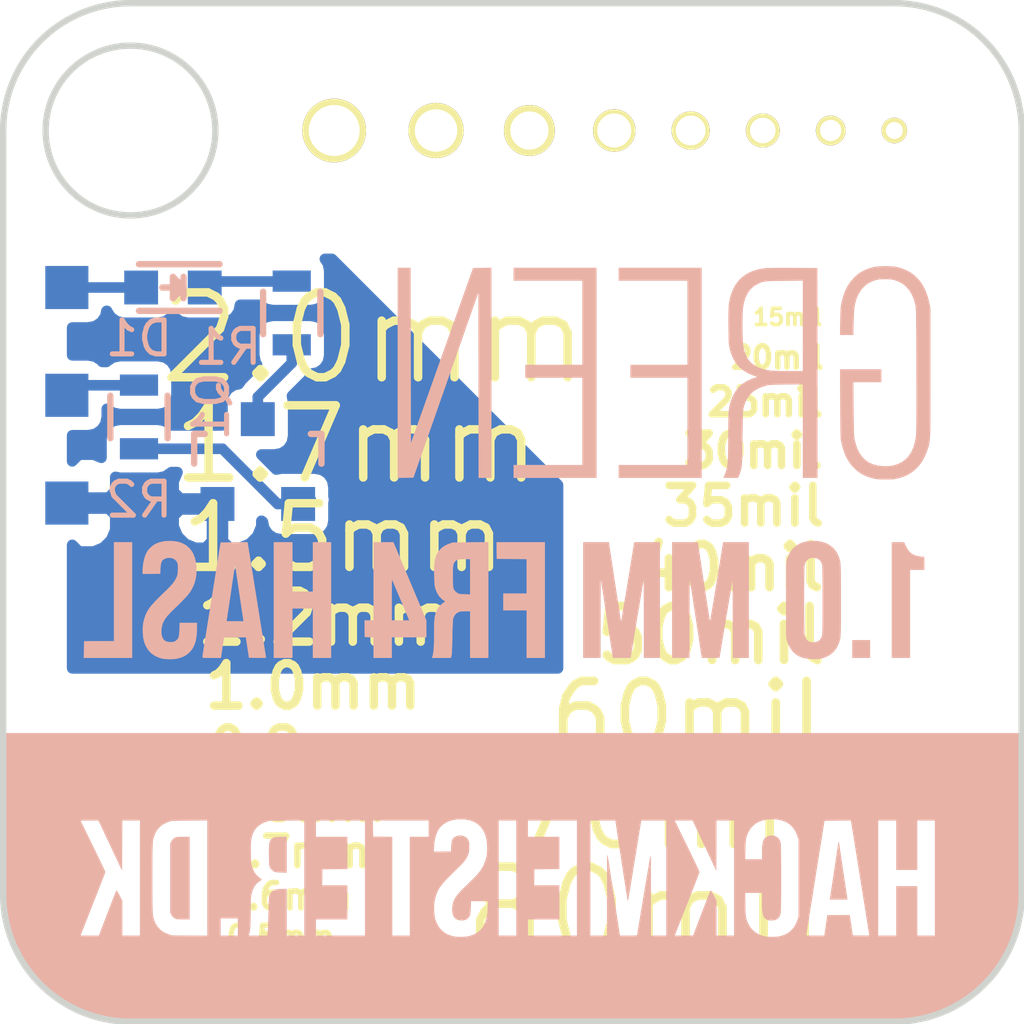
<source format=kicad_pcb>
(kicad_pcb (version 4) (host pcbnew "(2016-05-05 BZR 6775)-product")

  (general
    (links 6)
    (no_connects 0)
    (area 84.439267 87.8041 114.75121 112.173208)
    (thickness 1.6)
    (drawings 33)
    (tracks 18)
    (zones 0)
    (modules 16)
    (nets 7)
  )

  (page A4)
  (layers
    (0 F.Cu signal)
    (31 B.Cu signal)
    (32 B.Adhes user)
    (33 F.Adhes user)
    (34 B.Paste user)
    (35 F.Paste user)
    (36 B.SilkS user)
    (37 F.SilkS user)
    (38 B.Mask user)
    (39 F.Mask user)
    (40 Dwgs.User user hide)
    (41 Cmts.User user)
    (42 Eco1.User user)
    (43 Eco2.User user)
    (44 Edge.Cuts user)
    (45 Margin user)
    (46 B.CrtYd user)
    (47 F.CrtYd user)
    (48 B.Fab user)
    (49 F.Fab user)
  )

  (setup
    (last_trace_width 0.25)
    (user_trace_width 0.1524)
    (user_trace_width 0.1778)
    (user_trace_width 0.2032)
    (user_trace_width 0.254)
    (user_trace_width 0.508)
    (user_trace_width 0.762)
    (user_trace_width 0.9906)
    (user_trace_width 1.4986)
    (trace_clearance 0.1524)
    (zone_clearance 0.3)
    (zone_45_only no)
    (trace_min 0.1524)
    (segment_width 0.2)
    (edge_width 0.15)
    (via_size 0.6)
    (via_drill 0.4)
    (via_min_size 0.4)
    (via_min_drill 0.3)
    (uvia_size 0.3)
    (uvia_drill 0.1)
    (uvias_allowed no)
    (uvia_min_size 0.2)
    (uvia_min_drill 0.1)
    (pcb_text_width 0.3)
    (pcb_text_size 1.5 1.5)
    (mod_edge_width 0.15)
    (mod_text_size 1 1)
    (mod_text_width 0.15)
    (pad_size 0.6 0.6)
    (pad_drill 0.4)
    (pad_to_mask_clearance 0.2)
    (aux_axis_origin 0 0)
    (visible_elements FFFFFF7F)
    (pcbplotparams
      (layerselection 0x00030_ffffffff)
      (usegerberextensions false)
      (excludeedgelayer true)
      (linewidth 0.100000)
      (plotframeref false)
      (viasonmask false)
      (mode 1)
      (useauxorigin false)
      (hpglpennumber 1)
      (hpglpenspeed 20)
      (hpglpendiameter 15)
      (psnegative false)
      (psa4output false)
      (plotreference true)
      (plotvalue true)
      (plotinvisibletext false)
      (padsonsilk false)
      (subtractmaskfromsilk false)
      (outputformat 1)
      (mirror false)
      (drillshape 1)
      (scaleselection 1)
      (outputdirectory ""))
  )

  (net 0 "")
  (net 1 VCC)
  (net 2 "Net-(D1-Pad1)")
  (net 3 "Net-(P1-Pad1)")
  (net 4 GND)
  (net 5 "Net-(Q1-Pad1)")
  (net 6 "Net-(Q1-Pad3)")

  (net_class Default "This is the default net class."
    (clearance 0.1524)
    (trace_width 0.25)
    (via_dia 0.6)
    (via_drill 0.4)
    (uvia_dia 0.3)
    (uvia_drill 0.1)
    (add_net GND)
    (add_net "Net-(D1-Pad1)")
    (add_net "Net-(P1-Pad1)")
    (add_net "Net-(Q1-Pad1)")
    (add_net "Net-(Q1-Pad3)")
    (add_net VCC)
  )

  (module Connectors:PTH_Proto_pad (layer F.Cu) (tedit 57AE2A97) (tstamp 57B91ABD)
    (at 109 91)
    (fp_text reference REF** (at 0 2.286) (layer F.SilkS) hide
      (effects (font (size 1 1) (thickness 0.15)))
    )
    (fp_text value PTH_Proto_pad (at 0 -2.286) (layer F.Fab) hide
      (effects (font (size 1 1) (thickness 0.15)))
    )
    (pad 1 thru_hole circle (at 0 0) (size 0.6 0.6) (drill 0.4) (layers *.Cu *.Mask F.SilkS))
  )

  (module Connectors:PTH_Proto_pad (layer F.Cu) (tedit 57AE2A8C) (tstamp 57B91AB9)
    (at 107.5 91)
    (fp_text reference REF** (at 0 2.286) (layer F.SilkS) hide
      (effects (font (size 1 1) (thickness 0.15)))
    )
    (fp_text value PTH_Proto_pad (at 0 -2.286) (layer F.Fab) hide
      (effects (font (size 1 1) (thickness 0.15)))
    )
    (pad 1 thru_hole circle (at 0 0) (size 0.7 0.7) (drill 0.5) (layers *.Cu *.Mask F.SilkS))
  )

  (module Connectors:PTH_Proto_pad (layer F.Cu) (tedit 57AE2A6D) (tstamp 57B91AB5)
    (at 105.9 91)
    (fp_text reference REF** (at 0 2.286) (layer F.SilkS) hide
      (effects (font (size 1 1) (thickness 0.15)))
    )
    (fp_text value PTH_Proto_pad (at 0 -2.286) (layer F.Fab) hide
      (effects (font (size 1 1) (thickness 0.15)))
    )
    (pad 1 thru_hole circle (at 0 0) (size 0.8 0.8) (drill 0.6) (layers *.Cu *.Mask F.SilkS))
  )

  (module Connectors:PTH_Proto_pad (layer F.Cu) (tedit 57AE2A5F) (tstamp 57B91AB1)
    (at 104.2 91)
    (fp_text reference REF** (at 0 2.286) (layer F.SilkS) hide
      (effects (font (size 1 1) (thickness 0.15)))
    )
    (fp_text value PTH_Proto_pad (at 0 -2.286) (layer F.Fab) hide
      (effects (font (size 1 1) (thickness 0.15)))
    )
    (pad 1 thru_hole circle (at 0 0) (size 0.9 0.9) (drill 0.7) (layers *.Cu *.Mask F.SilkS))
  )

  (module Connectors:PTH_Proto_pad (layer F.Cu) (tedit 57AE2A53) (tstamp 57B91AAD)
    (at 102.4 91)
    (fp_text reference REF** (at 0 2.286) (layer F.SilkS) hide
      (effects (font (size 1 1) (thickness 0.15)))
    )
    (fp_text value PTH_Proto_pad (at 0 -2.286) (layer F.Fab) hide
      (effects (font (size 1 1) (thickness 0.15)))
    )
    (pad 1 thru_hole circle (at 0 0) (size 1 1) (drill 0.8) (layers *.Cu *.Mask F.SilkS))
  )

  (module Connectors:PTH_Proto_pad (layer F.Cu) (tedit 57AE2A42) (tstamp 57B91AA9)
    (at 100.4 91)
    (fp_text reference REF** (at 0 2.286) (layer F.SilkS) hide
      (effects (font (size 1 1) (thickness 0.15)))
    )
    (fp_text value PTH_Proto_pad (at 0 -2.286) (layer F.Fab) hide
      (effects (font (size 1 1) (thickness 0.15)))
    )
    (pad 1 thru_hole circle (at 0 0) (size 1.2 1.2) (drill 0.9) (layers *.Cu *.Mask F.SilkS))
  )

  (module Connectors:PTH_Proto_pad (layer F.Cu) (tedit 57AE2A24) (tstamp 57B91AA5)
    (at 98.2 91)
    (fp_text reference REF** (at 0 2.286) (layer F.SilkS) hide
      (effects (font (size 1 1) (thickness 0.15)))
    )
    (fp_text value PTH_Proto_pad (at 0 -2.286) (layer F.Fab) hide
      (effects (font (size 1 1) (thickness 0.15)))
    )
    (pad 1 thru_hole circle (at 0 0) (size 1.3 1.3) (drill 1) (layers *.Cu *.Mask F.SilkS))
  )

  (module Connectors:Small_SMD_Proto_Pad (layer B.Cu) (tedit 57ADB3CE) (tstamp 57B74579)
    (at 89.5 97.24)
    (path /57AE27F8)
    (fp_text reference P1 (at 0 -1.905) (layer B.SilkS) hide
      (effects (font (size 1 1) (thickness 0.15)) (justify mirror))
    )
    (fp_text value CONN_01X01 (at 0 1.905) (layer B.Fab) hide
      (effects (font (size 1 1) (thickness 0.15)) (justify mirror))
    )
    (pad 1 smd rect (at 0 0) (size 1.016 1.016) (layers B.Cu B.Paste B.Mask)
      (net 3 "Net-(P1-Pad1)"))
  )

  (module Connectors:Small_SMD_Proto_Pad (layer B.Cu) (tedit 57ADB3CE) (tstamp 57B7457E)
    (at 89.5 94.7)
    (path /57AE2A64)
    (fp_text reference P2 (at 0 -1.905) (layer B.SilkS) hide
      (effects (font (size 1 1) (thickness 0.15)) (justify mirror))
    )
    (fp_text value CONN_01X01 (at 0 1.905) (layer B.Fab) hide
      (effects (font (size 1 1) (thickness 0.15)) (justify mirror))
    )
    (pad 1 smd rect (at 0 0) (size 1.016 1.016) (layers B.Cu B.Paste B.Mask)
      (net 1 VCC))
  )

  (module Connectors:Small_SMD_Proto_Pad (layer B.Cu) (tedit 57ADB3CE) (tstamp 57B74583)
    (at 89.5 99.78)
    (path /57AE2ABA)
    (fp_text reference P3 (at 0 -1.905) (layer B.SilkS) hide
      (effects (font (size 1 1) (thickness 0.15)) (justify mirror))
    )
    (fp_text value CONN_01X01 (at 0 1.905) (layer B.Fab) hide
      (effects (font (size 1 1) (thickness 0.15)) (justify mirror))
    )
    (pad 1 smd rect (at 0 0) (size 1.016 1.016) (layers B.Cu B.Paste B.Mask)
      (net 4 GND))
  )

  (module TO_SOT_Packages_SMD:SOT-23 (layer B.Cu) (tedit 57AE3D8D) (tstamp 57B74593)
    (at 94 98.8 180)
    (descr "SOT-23, Standard")
    (tags SOT-23)
    (path /57AE2531)
    (attr smd)
    (fp_text reference Q1 (at 1.1 1.3 270) (layer B.SilkS)
      (effects (font (size 0.8 0.8) (thickness 0.12)) (justify mirror))
    )
    (fp_text value BC817-40 (at 0 -2.3 180) (layer B.Fab) hide
      (effects (font (size 1 1) (thickness 0.15)) (justify mirror))
    )
    (fp_line (start -1.65 1.6) (end 1.65 1.6) (layer B.CrtYd) (width 0.05))
    (fp_line (start 1.65 1.6) (end 1.65 -1.6) (layer B.CrtYd) (width 0.05))
    (fp_line (start 1.65 -1.6) (end -1.65 -1.6) (layer B.CrtYd) (width 0.05))
    (fp_line (start -1.65 -1.6) (end -1.65 1.6) (layer B.CrtYd) (width 0.05))
    (fp_line (start 1.29916 0.65024) (end 1.2509 0.65024) (layer B.SilkS) (width 0.15))
    (fp_line (start -1.49982 -0.0508) (end -1.49982 0.65024) (layer B.SilkS) (width 0.15))
    (fp_line (start -1.49982 0.65024) (end -1.2509 0.65024) (layer B.SilkS) (width 0.15))
    (fp_line (start 1.29916 0.65024) (end 1.49982 0.65024) (layer B.SilkS) (width 0.15))
    (fp_line (start 1.49982 0.65024) (end 1.49982 -0.0508) (layer B.SilkS) (width 0.15))
    (pad 1 smd rect (at -0.95 -1.00076 180) (size 0.8001 0.8001) (layers B.Cu B.Paste B.Mask)
      (net 5 "Net-(Q1-Pad1)"))
    (pad 2 smd rect (at 0.95 -1.00076 180) (size 0.8001 0.8001) (layers B.Cu B.Paste B.Mask)
      (net 4 GND))
    (pad 3 smd rect (at 0 0.99822 180) (size 0.8001 0.8001) (layers B.Cu B.Paste B.Mask)
      (net 6 "Net-(Q1-Pad3)"))
    (model TO_SOT_Packages_SMD.3dshapes/SOT-23.wrl
      (at (xyz 0 0 0))
      (scale (xyz 1 1 1))
      (rotate (xyz 0 0 0))
    )
  )

  (module Connectors:PTH_Proto_pad (layer F.Cu) (tedit 57AE2A00) (tstamp 57B91A94)
    (at 95.8 91)
    (fp_text reference REF** (at 0 2.286) (layer F.SilkS) hide
      (effects (font (size 1 1) (thickness 0.15)))
    )
    (fp_text value PTH_Proto_pad (at 0 -2.286) (layer F.Fab) hide
      (effects (font (size 1 1) (thickness 0.15)))
    )
    (pad 1 thru_hole circle (at 0 0) (size 1.5 1.5) (drill 1.2) (layers *.Cu *.Mask F.SilkS))
  )

  (module Aesthetics:Sample-Green-1.0mm-fr4-hasl (layer B.Cu) (tedit 0) (tstamp 57B004AD)
    (at 100 102.6 180)
    (fp_text reference G*** (at 0 0 180) (layer B.SilkS) hide
      (effects (font (thickness 0.3)) (justify mirror))
    )
    (fp_text value LOGO (at 0.75 0 180) (layer B.SilkS) hide
      (effects (font (thickness 0.3)) (justify mirror))
    )
    (fp_poly (pts (xy 11.998814 -4.654021) (xy 11.995513 -6.704542) (xy 11.97155 -6.851722) (xy 11.919813 -7.107122)
      (xy 11.849344 -7.353246) (xy 11.760306 -7.589667) (xy 11.652866 -7.815957) (xy 11.52719 -8.03169)
      (xy 11.495318 -8.080375) (xy 11.406374 -8.207559) (xy 11.316975 -8.322725) (xy 11.221581 -8.432501)
      (xy 11.114655 -8.543515) (xy 11.079471 -8.57808) (xy 10.893922 -8.744788) (xy 10.699112 -8.893142)
      (xy 10.49433 -9.023501) (xy 10.278868 -9.136223) (xy 10.052017 -9.231665) (xy 9.813068 -9.310185)
      (xy 9.561311 -9.372142) (xy 9.471059 -9.389794) (xy 9.339791 -9.413844) (xy 0.037041 -9.415441)
      (xy -0.505386 -9.41553) (xy -1.027039 -9.415608) (xy -1.528311 -9.415674) (xy -2.009595 -9.415727)
      (xy -2.471284 -9.415768) (xy -2.913772 -9.415794) (xy -3.33745 -9.415807) (xy -3.742712 -9.415804)
      (xy -4.12995 -9.415787) (xy -4.499559 -9.415753) (xy -4.85193 -9.415704) (xy -5.187456 -9.415637)
      (xy -5.506531 -9.415553) (xy -5.809547 -9.41545) (xy -6.096897 -9.415329) (xy -6.368974 -9.415189)
      (xy -6.626172 -9.41503) (xy -6.868882 -9.41485) (xy -7.097499 -9.414649) (xy -7.312414 -9.414427)
      (xy -7.514021 -9.414183) (xy -7.702713 -9.413916) (xy -7.878883 -9.413627) (xy -8.042923 -9.413314)
      (xy -8.195226 -9.412977) (xy -8.336186 -9.412616) (xy -8.466195 -9.412229) (xy -8.585647 -9.411816)
      (xy -8.694933 -9.411378) (xy -8.794448 -9.410912) (xy -8.884584 -9.410419) (xy -8.965733 -9.409898)
      (xy -9.038289 -9.409349) (xy -9.102646 -9.40877) (xy -9.159195 -9.408162) (xy -9.208329 -9.407524)
      (xy -9.250442 -9.406855) (xy -9.285926 -9.406155) (xy -9.315175 -9.405424) (xy -9.338581 -9.40466)
      (xy -9.356538 -9.403863) (xy -9.369437 -9.403032) (xy -9.376834 -9.402285) (xy -9.612579 -9.362104)
      (xy -9.838923 -9.304953) (xy -10.059714 -9.22964) (xy -10.2788 -9.134971) (xy -10.345256 -9.102373)
      (xy -10.566048 -8.979516) (xy -10.773866 -8.840306) (xy -10.968019 -8.685628) (xy -11.14782 -8.516366)
      (xy -11.312579 -8.333403) (xy -11.461607 -8.137623) (xy -11.594216 -7.929911) (xy -11.709717 -7.711149)
      (xy -11.80742 -7.482222) (xy -11.886637 -7.244014) (xy -11.931982 -7.06662) (xy -11.9394 -7.034022)
      (xy -11.946215 -7.004499) (xy -11.952455 -6.977086) (xy -11.958147 -6.950824) (xy -11.963316 -6.924751)
      (xy -11.967991 -6.897904) (xy -11.972196 -6.869322) (xy -11.97596 -6.838044) (xy -11.979309 -6.803108)
      (xy -11.982269 -6.763552) (xy -11.984868 -6.718414) (xy -11.987131 -6.666734) (xy -11.989086 -6.607548)
      (xy -11.99076 -6.539896) (xy -11.992178 -6.462816) (xy -11.993369 -6.375347) (xy -11.994358 -6.276526)
      (xy -11.995172 -6.165392) (xy -11.995837 -6.040983) (xy -11.996382 -5.902338) (xy -11.996832 -5.748496)
      (xy -11.997213 -5.578493) (xy -11.997554 -5.391369) (xy -11.997879 -5.186163) (xy -11.998217 -4.961912)
      (xy -11.998594 -4.717654) (xy -11.998679 -4.664604) (xy -11.998691 -4.656667) (xy -9.958917 -4.656667)
      (xy -9.958917 -7.376584) (xy -9.535584 -7.376584) (xy -9.535584 -6.212417) (xy -9.04875 -6.212417)
      (xy -9.04875 -7.376584) (xy -8.614834 -7.376584) (xy -8.614834 -7.370588) (xy -8.41375 -7.370588)
      (xy -8.403715 -7.372469) (xy -8.375794 -7.37383) (xy -8.33326 -7.37461) (xy -8.279389 -7.374752)
      (xy -8.217455 -7.374195) (xy -8.215771 -7.374171) (xy -8.017791 -7.371292) (xy -7.999714 -7.249584)
      (xy -7.989962 -7.184092) (xy -7.978904 -7.110087) (xy -7.968299 -7.039331) (xy -7.963684 -7.00863)
      (xy -7.945731 -6.889386) (xy -7.685035 -6.892214) (xy -7.42434 -6.895042) (xy -7.401213 -7.0485)
      (xy -7.391642 -7.112365) (xy -7.381971 -7.177508) (xy -7.373238 -7.236898) (xy -7.366481 -7.283508)
      (xy -7.365658 -7.289271) (xy -7.353231 -7.376584) (xy -7.137366 -7.376584) (xy -7.064413 -7.376459)
      (xy -7.009959 -7.375934) (xy -6.971338 -7.374778) (xy -6.945884 -7.372762) (xy -6.93093 -7.369658)
      (xy -6.923809 -7.365236) (xy -6.921855 -7.359266) (xy -6.921845 -7.358063) (xy -6.923533 -7.345496)
      (xy -6.928376 -7.313288) (xy -6.936176 -7.2627) (xy -6.946733 -7.194989) (xy -6.959849 -7.111414)
      (xy -6.975324 -7.013235) (xy -6.99296 -6.901709) (xy -7.012556 -6.778097) (xy -7.033915 -6.643657)
      (xy -7.056836 -6.499647) (xy -7.081121 -6.347327) (xy -7.106571 -6.187955) (xy -7.132987 -6.022791)
      (xy -7.136515 -6.00075) (xy -7.279681 -5.106459) (xy -6.746875 -5.106459) (xy -6.746875 -6.926792)
      (xy -6.717885 -7.012288) (xy -6.673393 -7.1171) (xy -6.616353 -7.205089) (xy -6.54602 -7.276901)
      (xy -6.461648 -7.333184) (xy -6.36249 -7.374587) (xy -6.275121 -7.396827) (xy -6.224164 -7.403283)
      (xy -6.159867 -7.406326) (xy -6.089764 -7.406056) (xy -6.021387 -7.402573) (xy -5.962271 -7.395976)
      (xy -5.942542 -7.392412) (xy -5.838681 -7.36096) (xy -5.745766 -7.313192) (xy -5.6657 -7.250522)
      (xy -5.600389 -7.174367) (xy -5.562619 -7.110042) (xy -5.541848 -7.066116) (xy -5.52537 -7.026715)
      (xy -5.512636 -6.988486) (xy -5.503099 -6.948072) (xy -5.496212 -6.902116) (xy -5.491427 -6.847263)
      (xy -5.488196 -6.780157) (xy -5.485972 -6.697441) (xy -5.484797 -6.633104) (xy -5.480325 -6.360584)
      (xy -5.884334 -6.360584) (xy -5.884543 -6.553729) (xy -5.885594 -6.657013) (xy -5.888872 -6.741541)
      (xy -5.894939 -6.809657) (xy -5.904355 -6.863706) (xy -5.917679 -6.906034) (xy -5.935472 -6.938984)
      (xy -5.958294 -6.964901) (xy -5.986705 -6.98613) (xy -5.988055 -6.98697) (xy -6.014592 -7.000494)
      (xy -6.043987 -7.007972) (xy -6.083674 -7.010922) (xy -6.106606 -7.011177) (xy -6.177296 -7.004394)
      (xy -6.232802 -6.983338) (xy -6.274471 -6.946959) (xy -6.303646 -6.894206) (xy -6.317456 -6.846509)
      (xy -6.320005 -6.823326) (xy -6.322234 -6.779105) (xy -6.324142 -6.713971) (xy -6.325728 -6.628052)
      (xy -6.32699 -6.521473) (xy -6.327926 -6.394361) (xy -6.328535 -6.246842) (xy -6.328814 -6.079041)
      (xy -6.328834 -6.016625) (xy -6.328668 -5.841874) (xy -6.328173 -5.687361) (xy -6.327349 -5.553211)
      (xy -6.326199 -5.439552) (xy -6.324724 -5.346508) (xy -6.322927 -5.274207) (xy -6.320808 -5.222775)
      (xy -6.318369 -5.192338) (xy -6.317456 -5.186741) (xy -6.305782 -5.147368) (xy -6.289724 -5.11044)
      (xy -6.282975 -5.098908) (xy -6.244594 -5.058883) (xy -6.194542 -5.032112) (xy -6.137498 -5.018611)
      (xy -6.078146 -5.018395) (xy -6.021166 -5.031481) (xy -5.97124 -5.057885) (xy -5.933049 -5.097622)
      (xy -5.932987 -5.097715) (xy -5.91528 -5.132963) (xy -5.901915 -5.179799) (xy -5.892566 -5.24046)
      (xy -5.886911 -5.317187) (xy -5.884623 -5.412218) (xy -5.884543 -5.431896) (xy -5.884334 -5.577417)
      (xy -5.480062 -5.577417) (xy -5.484842 -5.352521) (xy -5.48726 -5.263081) (xy -5.490765 -5.19087)
      (xy -5.496072 -5.131952) (xy -5.503892 -5.082392) (xy -5.514938 -5.038256) (xy -5.529924 -4.995607)
      (xy -5.549561 -4.950512) (xy -5.562619 -4.923208) (xy -5.616396 -4.836083) (xy -5.685232 -4.763502)
      (xy -5.768496 -4.705802) (xy -5.865554 -4.663321) (xy -5.892795 -4.656667) (xy -5.228167 -4.656667)
      (xy -5.228167 -7.376584) (xy -4.804834 -7.376584) (xy -4.804834 -6.550555) (xy -4.766501 -6.47409)
      (xy -4.744025 -6.430233) (xy -4.721026 -6.386928) (xy -4.702258 -6.353112) (xy -4.701286 -6.351435)
      (xy -4.685215 -6.324691) (xy -4.675739 -6.314139) (xy -4.668877 -6.317636) (xy -4.662022 -6.330268)
      (xy -4.655927 -6.344806) (xy -4.643069 -6.377163) (xy -4.624209 -6.425373) (xy -4.600107 -6.487471)
      (xy -4.571523 -6.561491) (xy -4.539218 -6.645467) (xy -4.503952 -6.737433) (xy -4.466485 -6.835425)
      (xy -4.454839 -6.865938) (xy -4.260038 -7.376584) (xy -4.040311 -7.376584) (xy -3.9747 -7.376385)
      (xy -3.916903 -7.375829) (xy -3.870029 -7.374978) (xy -3.837187 -7.373894) (xy -3.821487 -7.372636)
      (xy -3.820584 -7.372243) (xy -3.824372 -7.361943) (xy -3.835335 -7.33349) (xy -3.852872 -7.288415)
      (xy -3.876382 -7.228252) (xy -3.905264 -7.154534) (xy -3.938917 -7.068792) (xy -3.976739 -6.97256)
      (xy -4.01813 -6.867371) (xy -4.062488 -6.754756) (xy -4.109212 -6.63625) (xy -4.112166 -6.628763)
      (xy -4.159102 -6.509611) (xy -4.203727 -6.395993) (xy -4.245434 -6.289471) (xy -4.283618 -6.19161)
      (xy -4.317672 -6.103973) (xy -4.34699 -6.028125) (xy -4.370967 -5.965629) (xy -4.388995 -5.918049)
      (xy -4.40047 -5.886949) (xy -4.404784 -5.873891) (xy -4.4048 -5.87375) (xy -4.400437 -5.861685)
      (xy -4.387493 -5.8323) (xy -4.36676 -5.787253) (xy -4.339027 -5.728205) (xy -4.305083 -5.656814)
      (xy -4.265719 -5.574741) (xy -4.221724 -5.483644) (xy -4.173889 -5.385183) (xy -4.123001 -5.281017)
      (xy -4.113219 -5.261056) (xy -4.061919 -5.156374) (xy -4.013482 -5.057418) (xy -3.968694 -4.965806)
      (xy -3.928345 -4.883156) (xy -3.893223 -4.811087) (xy -3.864117 -4.751216) (xy -3.841814 -4.705162)
      (xy -3.827104 -4.674543) (xy -3.820775 -4.660978) (xy -3.820584 -4.660452) (xy -3.830642 -4.65931)
      (xy -3.858719 -4.65831) (xy -3.901664 -4.657507) (xy -3.95633 -4.656956) (xy -4.019568 -4.656712)
      (xy -4.034896 -4.656705) (xy -4.249209 -4.656743) (xy -4.524375 -5.240996) (xy -4.799542 -5.825249)
      (xy -4.802278 -5.240958) (xy -4.805013 -4.656667) (xy -3.630084 -4.656667) (xy -3.630084 -7.376584)
      (xy -3.259667 -7.376584) (xy -3.259667 -6.438195) (xy -3.259611 -6.299416) (xy -3.259447 -6.166944)
      (xy -3.259185 -6.042273) (xy -3.258831 -5.926897) (xy -3.258395 -5.82231) (xy -3.257884 -5.730005)
      (xy -3.257308 -5.651476) (xy -3.256673 -5.588218) (xy -3.255988 -5.541723) (xy -3.255262 -5.513486)
      (xy -3.254543 -5.50493) (xy -3.252284 -5.515649) (xy -3.246871 -5.545439) (xy -3.238607 -5.592488)
      (xy -3.227795 -5.654985) (xy -3.214739 -5.73112) (xy -3.199743 -5.819079) (xy -3.18311 -5.917053)
      (xy -3.165145 -6.02323) (xy -3.146149 -6.135798) (xy -3.126428 -6.252947) (xy -3.106286 -6.372864)
      (xy -3.086024 -6.493738) (xy -3.065948 -6.613759) (xy -3.046361 -6.731114) (xy -3.027566 -6.843993)
      (xy -3.009867 -6.950584) (xy -2.993568 -7.049076) (xy -2.978972 -7.137657) (xy -2.966383 -7.214516)
      (xy -2.956106 -7.277842) (xy -2.948442 -7.325823) (xy -2.943696 -7.356648) (xy -2.942167 -7.368381)
      (xy -2.93212 -7.370907) (xy -2.904118 -7.373117) (xy -2.861376 -7.374885) (xy -2.807104 -7.37608)
      (xy -2.744515 -7.376577) (xy -2.736272 -7.376584) (xy -2.530376 -7.376584) (xy -2.52438 -7.342188)
      (xy -2.521918 -7.326727) (xy -2.516526 -7.291917) (xy -2.508444 -7.239337) (xy -2.497914 -7.170567)
      (xy -2.485177 -7.087184) (xy -2.470473 -6.990767) (xy -2.454043 -6.882896) (xy -2.436128 -6.76515)
      (xy -2.416968 -6.639107) (xy -2.396806 -6.506346) (xy -2.380336 -6.397817) (xy -2.35964 -6.261686)
      (xy -2.339781 -6.131618) (xy -2.320994 -6.009125) (xy -2.303515 -5.895721) (xy -2.28758 -5.792918)
      (xy -2.273426 -5.702228) (xy -2.261287 -5.625165) (xy -2.2514 -5.563241) (xy -2.244002 -5.517969)
      (xy -2.239327 -5.490861) (xy -2.237686 -5.483241) (xy -2.237009 -5.492887) (xy -2.236361 -5.522213)
      (xy -2.235752 -5.569732) (xy -2.235186 -5.633957) (xy -2.234673 -5.713403) (xy -2.234218 -5.806582)
      (xy -2.23383 -5.912008) (xy -2.233515 -6.028194) (xy -2.233281 -6.153653) (xy -2.233135 -6.286899)
      (xy -2.233084 -6.426445) (xy -2.233084 -7.376584) (xy -1.830917 -7.376584) (xy -1.830917 -4.656667)
      (xy -1.524 -4.656667) (xy -1.524 -7.376584) (xy -0.359834 -7.376584) (xy -0.359834 -6.985)
      (xy -1.100667 -6.985) (xy -1.100667 -6.19125) (xy -0.507523 -6.19125) (xy -0.510408 -5.998104)
      (xy -0.513292 -5.804959) (xy -0.80698 -5.802145) (xy -1.100667 -5.799332) (xy -1.100667 -5.04825)
      (xy -0.359834 -5.04825) (xy -0.359834 -4.656667) (xy -0.09525 -4.656667) (xy -0.09525 -7.376584)
      (xy 0.328083 -7.376584) (xy 0.328083 -6.556375) (xy 0.576791 -6.556375) (xy 0.579046 -6.715125)
      (xy 0.587322 -6.853269) (xy 0.608261 -6.974757) (xy 0.642278 -7.080196) (xy 0.689789 -7.170193)
      (xy 0.75121 -7.245356) (xy 0.826955 -7.306292) (xy 0.91744 -7.353608) (xy 1.023081 -7.387911)
      (xy 1.042458 -7.392466) (xy 1.102379 -7.401574) (xy 1.175003 -7.406156) (xy 1.252353 -7.406214)
      (xy 1.326455 -7.401751) (xy 1.389336 -7.392769) (xy 1.391404 -7.392337) (xy 1.439248 -7.377901)
      (xy 7.186083 -7.377901) (xy 7.60677 -7.374306) (xy 8.027458 -7.37071) (xy 8.112125 -7.341829)
      (xy 8.209835 -7.299093) (xy 8.292371 -7.242409) (xy 8.360284 -7.171121) (xy 8.414124 -7.08457)
      (xy 8.454442 -6.982098) (xy 8.472754 -6.910917) (xy 8.475758 -6.885911) (xy 8.478454 -6.841803)
      (xy 8.480843 -6.780656) (xy 8.482924 -6.704533) (xy 8.484697 -6.615496) (xy 8.486162 -6.515607)
      (xy 8.48732 -6.40693) (xy 8.48817 -6.291527) (xy 8.488712 -6.171461) (xy 8.488946 -6.048794)
      (xy 8.488872 -5.925589) (xy 8.488491 -5.803909) (xy 8.487802 -5.685816) (xy 8.486805 -5.573372)
      (xy 8.4855 -5.468642) (xy 8.483887 -5.373686) (xy 8.481967 -5.290568) (xy 8.479739 -5.221351)
      (xy 8.477203 -5.168097) (xy 8.474359 -5.132869) (xy 8.472754 -5.122334) (xy 8.445313 -5.022146)
      (xy 8.408411 -4.937104) (xy 8.362424 -4.865648) (xy 8.296123 -4.794326) (xy 8.216529 -4.737823)
      (xy 8.12162 -4.694735) (xy 8.112125 -4.691422) (xy 8.027458 -4.66254) (xy 7.60677 -4.658945)
      (xy 7.340273 -4.656667) (xy 8.773583 -4.656667) (xy 8.773583 -7.376584) (xy 9.196916 -7.376584)
      (xy 9.196916 -6.550555) (xy 9.235249 -6.47409) (xy 9.257725 -6.430233) (xy 9.280724 -6.386928)
      (xy 9.299492 -6.353112) (xy 9.300464 -6.351435) (xy 9.316535 -6.324691) (xy 9.326011 -6.314139)
      (xy 9.332873 -6.317636) (xy 9.339728 -6.330268) (xy 9.345823 -6.344806) (xy 9.358681 -6.377163)
      (xy 9.377541 -6.425373) (xy 9.401643 -6.487471) (xy 9.430227 -6.561491) (xy 9.462532 -6.645467)
      (xy 9.497798 -6.737433) (xy 9.535265 -6.835425) (xy 9.546911 -6.865938) (xy 9.741712 -7.376584)
      (xy 9.961439 -7.376584) (xy 10.02705 -7.376385) (xy 10.084847 -7.375829) (xy 10.131721 -7.374978)
      (xy 10.164563 -7.373894) (xy 10.180263 -7.372636) (xy 10.181166 -7.372243) (xy 10.177378 -7.361943)
      (xy 10.166415 -7.33349) (xy 10.148878 -7.288415) (xy 10.125368 -7.228252) (xy 10.096486 -7.154534)
      (xy 10.062833 -7.068792) (xy 10.025011 -6.97256) (xy 9.98362 -6.867371) (xy 9.939262 -6.754756)
      (xy 9.892538 -6.63625) (xy 9.889584 -6.628763) (xy 9.842648 -6.509611) (xy 9.798023 -6.395993)
      (xy 9.756316 -6.289471) (xy 9.718132 -6.19161) (xy 9.684078 -6.103973) (xy 9.65476 -6.028125)
      (xy 9.630783 -5.965629) (xy 9.612755 -5.918049) (xy 9.60128 -5.886949) (xy 9.596966 -5.873891)
      (xy 9.59695 -5.87375) (xy 9.601313 -5.861685) (xy 9.614257 -5.8323) (xy 9.63499 -5.787253)
      (xy 9.662723 -5.728205) (xy 9.696667 -5.656814) (xy 9.736031 -5.574741) (xy 9.780026 -5.483644)
      (xy 9.827861 -5.385183) (xy 9.878749 -5.281017) (xy 9.888531 -5.261056) (xy 9.939831 -5.156374)
      (xy 9.988268 -5.057418) (xy 10.033056 -4.965806) (xy 10.073405 -4.883156) (xy 10.108527 -4.811087)
      (xy 10.137633 -4.751216) (xy 10.159936 -4.705162) (xy 10.174646 -4.674543) (xy 10.180975 -4.660978)
      (xy 10.181166 -4.660452) (xy 10.171108 -4.65931) (xy 10.143031 -4.65831) (xy 10.100086 -4.657507)
      (xy 10.04542 -4.656956) (xy 9.982182 -4.656712) (xy 9.966854 -4.656705) (xy 9.752541 -4.656743)
      (xy 9.477375 -5.240996) (xy 9.202208 -5.825249) (xy 9.199472 -5.240958) (xy 9.196737 -4.656667)
      (xy 8.773583 -4.656667) (xy 7.340273 -4.656667) (xy 7.186083 -4.655349) (xy 7.186083 -7.377901)
      (xy 1.439248 -7.377901) (xy 1.497383 -7.36036) (xy 1.5909 -7.312399) (xy 1.67073 -7.249362)
      (xy 1.735649 -7.17216) (xy 1.771631 -7.110042) (xy 1.801484 -7.042762) (xy 1.822771 -6.97844)
      (xy 1.836996 -6.910525) (xy 1.845666 -6.832467) (xy 1.849029 -6.773334) (xy 1.84954 -6.666007)
      (xy 1.840618 -6.57076) (xy 1.821131 -6.480201) (xy 1.789947 -6.386941) (xy 1.789833 -6.386644)
      (xy 1.77023 -6.339317) (xy 1.748296 -6.294307) (xy 1.722563 -6.249843) (xy 1.691563 -6.20415)
      (xy 1.653828 -6.155458) (xy 1.607889 -6.101991) (xy 1.55228 -6.041978) (xy 1.485532 -5.973646)
      (xy 1.406177 -5.895222) (xy 1.312747 -5.804932) (xy 1.290672 -5.783792) (xy 1.215576 -5.709031)
      (xy 1.155891 -5.642569) (xy 1.109217 -5.581265) (xy 1.073156 -5.521977) (xy 1.046076 -5.463493)
      (xy 1.034863 -5.431829) (xy 1.027621 -5.400249) (xy 1.023538 -5.362714) (xy 1.021803 -5.313186)
      (xy 1.02156 -5.281084) (xy 1.021856 -5.226849) (xy 1.023568 -5.188503) (xy 1.027512 -5.160777)
      (xy 1.034503 -5.1384) (xy 1.045356 -5.116103) (xy 1.04775 -5.11175) (xy 1.083759 -5.067515)
      (xy 1.132964 -5.036073) (xy 1.190842 -5.018641) (xy 1.252869 -5.016432) (xy 1.314521 -5.030662)
      (xy 1.328208 -5.036405) (xy 1.365805 -5.057158) (xy 1.393627 -5.082245) (xy 1.413295 -5.115182)
      (xy 1.42643 -5.159482) (xy 1.434653 -5.218662) (xy 1.438616 -5.275792) (xy 1.444625 -5.392209)
      (xy 1.852083 -5.397957) (xy 1.852083 -5.326014) (xy 1.846366 -5.214463) (xy 1.829964 -5.105909)
      (xy 1.803997 -5.005268) (xy 1.769586 -4.917455) (xy 1.750908 -4.882174) (xy 1.693273 -4.80436)
      (xy 1.619935 -4.739507) (xy 1.532504 -4.688399) (xy 1.445832 -4.656667) (xy 1.9685 -4.656667)
      (xy 1.9685 -5.04825) (xy 2.413 -5.04825) (xy 2.413 -7.376584) (xy 2.836333 -7.376584)
      (xy 2.836333 -5.048671) (xy 3.286125 -5.042959) (xy 3.289009 -4.849813) (xy 3.291894 -4.656667)
      (xy 3.471333 -4.656667) (xy 3.471333 -7.376584) (xy 4.6355 -7.376584) (xy 4.900083 -7.376584)
      (xy 5.323416 -7.376584) (xy 5.323416 -6.275917) (xy 5.426604 -6.275976) (xy 5.511488 -6.279584)
      (xy 5.57896 -6.291338) (xy 5.631726 -6.312798) (xy 5.672488 -6.34552) (xy 5.703951 -6.391063)
      (xy 5.728464 -6.449924) (xy 5.731135 -6.467732) (xy 5.733967 -6.504214) (xy 5.736853 -6.556878)
      (xy 5.739688 -6.623231) (xy 5.742366 -6.700783) (xy 5.744781 -6.787042) (xy 5.746828 -6.879516)
      (xy 5.746922 -6.884459) (xy 5.749676 -7.011034) (xy 5.752738 -7.116631) (xy 5.756116 -7.201434)
      (xy 5.759819 -7.265629) (xy 5.763856 -7.309402) (xy 5.767815 -7.331604) (xy 5.781074 -7.376584)
      (xy 6.220524 -7.376584) (xy 6.205005 -7.331604) (xy 6.19458 -7.288814) (xy 6.186035 -7.226182)
      (xy 6.179354 -7.143463) (xy 6.174523 -7.040411) (xy 6.172667 -6.963834) (xy 6.466416 -6.963834)
      (xy 6.466416 -7.376584) (xy 6.879166 -7.376584) (xy 6.879166 -6.963834) (xy 6.466416 -6.963834)
      (xy 6.172667 -6.963834) (xy 6.171526 -6.916779) (xy 6.170349 -6.772323) (xy 6.170333 -6.760796)
      (xy 6.169885 -6.663256) (xy 6.168648 -6.584186) (xy 6.166499 -6.520898) (xy 6.163315 -6.470706)
      (xy 6.158973 -6.430924) (xy 6.153818 -6.401062) (xy 6.123408 -6.296604) (xy 6.079567 -6.208451)
      (xy 6.022316 -6.13664) (xy 5.959007 -6.085796) (xy 5.905857 -6.05169) (xy 5.968591 -6.005507)
      (xy 6.034034 -5.946303) (xy 6.086221 -5.873932) (xy 6.126957 -5.785759) (xy 6.135009 -5.762625)
      (xy 6.144197 -5.733526) (xy 6.151223 -5.706839) (xy 6.156456 -5.67894) (xy 6.160263 -5.646204)
      (xy 6.163012 -5.605007) (xy 6.165071 -5.551723) (xy 6.166809 -5.482729) (xy 6.167681 -5.440767)
      (xy 6.168972 -5.338041) (xy 6.168119 -5.252921) (xy 6.164807 -5.181924) (xy 6.158722 -5.12157)
      (xy 6.149547 -5.068375) (xy 6.136969 -5.018858) (xy 6.126584 -4.986306) (xy 6.08565 -4.898256)
      (xy 6.027676 -4.822129) (xy 5.953807 -4.759014) (xy 5.865188 -4.710004) (xy 5.817243 -4.69164)
      (xy 5.730875 -4.662789) (xy 4.900083 -4.655143) (xy 4.900083 -7.376584) (xy 4.6355 -7.376584)
      (xy 4.6355 -6.985) (xy 3.894666 -6.985) (xy 3.894666 -6.19125) (xy 4.48781 -6.19125)
      (xy 4.484926 -5.998104) (xy 4.482041 -5.804959) (xy 4.188354 -5.802145) (xy 3.894666 -5.799332)
      (xy 3.894666 -5.04825) (xy 4.6355 -5.04825) (xy 4.6355 -4.656667) (xy 3.471333 -4.656667)
      (xy 3.291894 -4.656667) (xy 1.9685 -4.656667) (xy 1.445832 -4.656667) (xy 1.432592 -4.65182)
      (xy 1.321808 -4.630557) (xy 1.223327 -4.625101) (xy 1.098799 -4.632724) (xy 0.98885 -4.655295)
      (xy 0.892846 -4.693045) (xy 0.810153 -4.746205) (xy 0.757541 -4.795185) (xy 0.700644 -4.866504)
      (xy 0.656826 -4.944724) (xy 0.624834 -5.033147) (xy 0.603418 -5.135075) (xy 0.593007 -5.229233)
      (xy 0.589903 -5.36366) (xy 0.602489 -5.486932) (xy 0.631446 -5.602819) (xy 0.677452 -5.715089)
      (xy 0.682444 -5.725128) (xy 0.702947 -5.764038) (xy 0.724597 -5.800831) (xy 0.748981 -5.837317)
      (xy 0.777689 -5.875307) (xy 0.812307 -5.91661) (xy 0.854426 -5.963035) (xy 0.905632 -6.016392)
      (xy 0.967516 -6.078492) (xy 1.041665 -6.151143) (xy 1.129667 -6.236156) (xy 1.137999 -6.244167)
      (xy 1.219409 -6.325856) (xy 1.284287 -6.399341) (xy 1.334231 -6.467341) (xy 1.370842 -6.532573)
      (xy 1.395717 -6.597756) (xy 1.410457 -6.665605) (xy 1.415585 -6.71588) (xy 1.415348 -6.805138)
      (xy 1.402254 -6.877765) (xy 1.376008 -6.934162) (xy 1.33632 -6.974731) (xy 1.282895 -6.999871)
      (xy 1.215443 -7.009986) (xy 1.201208 -7.010243) (xy 1.140434 -7.006017) (xy 1.09362 -6.991945)
      (xy 1.055034 -6.965935) (xy 1.040517 -6.95161) (xy 1.02237 -6.928857) (xy 1.008872 -6.902701)
      (xy 0.999167 -6.86941) (xy 0.9924 -6.825254) (xy 0.987713 -6.766504) (xy 0.985017 -6.709834)
      (xy 0.978958 -6.556375) (xy 0.576791 -6.556375) (xy 0.328083 -6.556375) (xy 0.328083 -4.656667)
      (xy -0.09525 -4.656667) (xy -0.359834 -4.656667) (xy -1.524 -4.656667) (xy -1.830917 -4.656667)
      (xy -2.428875 -4.656673) (xy -2.571298 -5.598587) (xy -2.592291 -5.737015) (xy -2.612476 -5.869312)
      (xy -2.631621 -5.994004) (xy -2.649494 -6.109611) (xy -2.665861 -6.214657) (xy -2.68049 -6.307666)
      (xy -2.69315 -6.387159) (xy -2.703608 -6.451661) (xy -2.711631 -6.499694) (xy -2.716987 -6.52978)
      (xy -2.719444 -6.540444) (xy -2.719464 -6.540449) (xy -2.72197 -6.53024) (xy -2.727603 -6.500607)
      (xy -2.736115 -6.453026) (xy -2.747256 -6.388969) (xy -2.760777 -6.30991) (xy -2.776429 -6.217322)
      (xy -2.793963 -6.112679) (xy -2.813131 -5.997453) (xy -2.833683 -5.873118) (xy -2.855369 -5.741147)
      (xy -2.877942 -5.603014) (xy -2.878667 -5.598565) (xy -3.032125 -4.656731) (xy -3.331105 -4.656699)
      (xy -3.630084 -4.656667) (xy -4.805013 -4.656667) (xy -5.228167 -4.656667) (xy -5.892795 -4.656667)
      (xy -5.975776 -4.636398) (xy -6.098528 -4.62537) (xy -6.12037 -4.625101) (xy -6.246239 -4.633039)
      (xy -6.358673 -4.657316) (xy -6.457654 -4.69792) (xy -6.543164 -4.754839) (xy -6.615186 -4.828064)
      (xy -6.673704 -4.917581) (xy -6.717885 -5.020962) (xy -6.746875 -5.106459) (xy -7.279681 -5.106459)
      (xy -7.350841 -4.661959) (xy -7.978083 -4.656355) (xy -7.984281 -4.685615) (xy -7.986635 -4.699235)
      (xy -7.992049 -4.732068) (xy -8.00028 -4.782598) (xy -8.011087 -4.849312) (xy -8.024227 -4.930695)
      (xy -8.039458 -5.025233) (xy -8.056537 -5.131412) (xy -8.075223 -5.247717) (xy -8.095273 -5.372635)
      (xy -8.116446 -5.50465) (xy -8.138498 -5.642249) (xy -8.161188 -5.783917) (xy -8.184274 -5.928141)
      (xy -8.207512 -6.073405) (xy -8.230662 -6.218196) (xy -8.253481 -6.360999) (xy -8.275726 -6.500301)
      (xy -8.297155 -6.634586) (xy -8.317527 -6.76234) (xy -8.336599 -6.88205) (xy -8.354128 -6.992201)
      (xy -8.369873 -7.091278) (xy -8.383592 -7.177768) (xy -8.395041 -7.250156) (xy -8.40398 -7.306928)
      (xy -8.410165 -7.346569) (xy -8.413354 -7.367566) (xy -8.41375 -7.370588) (xy -8.614834 -7.370588)
      (xy -8.614834 -4.656667) (xy -9.04875 -4.656667) (xy -9.04875 -5.820834) (xy -9.535584 -5.820834)
      (xy -9.535584 -4.656667) (xy -9.958917 -4.656667) (xy -11.998691 -4.656667) (xy -12.002013 -2.6035)
      (xy 12.002114 -2.6035) (xy 11.998814 -4.654021)) (layer B.SilkS) (width 0.01))
    (fp_poly (pts (xy -6.99839 1.920663) (xy -6.909261 1.907876) (xy -6.844835 1.891512) (xy -6.744483 1.849218)
      (xy -6.658541 1.791844) (xy -6.586628 1.718975) (xy -6.528365 1.630195) (xy -6.483369 1.525087)
      (xy -6.469921 1.481666) (xy -6.466445 1.468278) (xy -6.463411 1.453454) (xy -6.460786 1.435748)
      (xy -6.458543 1.413711) (xy -6.456651 1.385897) (xy -6.455081 1.35086) (xy -6.453803 1.30715)
      (xy -6.452787 1.253323) (xy -6.452005 1.18793) (xy -6.451426 1.109524) (xy -6.45102 1.016658)
      (xy -6.450759 0.907885) (xy -6.450613 0.781758) (xy -6.450551 0.63683) (xy -6.450542 0.534458)
      (xy -6.450565 0.376849) (xy -6.450655 0.23896) (xy -6.45084 0.119343) (xy -6.45115 0.016552)
      (xy -6.451616 -0.070862) (xy -6.452266 -0.144344) (xy -6.45313 -0.205343) (xy -6.454238 -0.255305)
      (xy -6.455619 -0.295677) (xy -6.457303 -0.327907) (xy -6.45932 -0.353442) (xy -6.4617 -0.373728)
      (xy -6.464471 -0.390213) (xy -6.467663 -0.404345) (xy -6.469921 -0.41275) (xy -6.507505 -0.517784)
      (xy -6.556652 -0.608648) (xy -6.60441 -0.670475) (xy -6.670269 -0.732993) (xy -6.741716 -0.781108)
      (xy -6.821814 -0.816024) (xy -6.913627 -0.838943) (xy -7.020217 -0.851069) (xy -7.069667 -0.853221)
      (xy -7.137475 -0.854224) (xy -7.190073 -0.852866) (xy -7.233328 -0.848727) (xy -7.273108 -0.841388)
      (xy -7.288952 -0.837567) (xy -7.397024 -0.800425) (xy -7.490806 -0.747696) (xy -7.570105 -0.679586)
      (xy -7.634727 -0.596297) (xy -7.684479 -0.498032) (xy -7.719169 -0.384995) (xy -7.719347 -0.384203)
      (xy -7.722508 -0.368067) (xy -7.725261 -0.348795) (xy -7.727633 -0.324917) (xy -7.729652 -0.294963)
      (xy -7.731344 -0.257464) (xy -7.732737 -0.21095) (xy -7.733859 -0.153952) (xy -7.734736 -0.084999)
      (xy -7.735397 -0.002622) (xy -7.735868 0.094648) (xy -7.736176 0.208281) (xy -7.736349 0.339747)
      (xy -7.736414 0.490516) (xy -7.736417 0.534458) (xy -7.736414 0.546495) (xy -7.313487 0.546495)
      (xy -7.313396 0.428963) (xy -7.313073 0.313312) (xy -7.312519 0.201637) (xy -7.311735 0.096033)
      (xy -7.310719 -0.001404) (xy -7.309473 -0.088579) (xy -7.307996 -0.163398) (xy -7.306287 -0.223765)
      (xy -7.304348 -0.267585) (xy -7.302178 -0.292764) (xy -7.301706 -0.295426) (xy -7.279992 -0.359487)
      (xy -7.245053 -0.40791) (xy -7.196985 -0.441854) (xy -7.137782 -0.461088) (xy -7.072283 -0.46486)
      (xy -7.008784 -0.453042) (xy -6.988346 -0.445099) (xy -6.942069 -0.413984) (xy -6.908294 -0.367713)
      (xy -6.886214 -0.30498) (xy -6.879705 -0.26985) (xy -6.877632 -0.244589) (xy -6.875736 -0.19958)
      (xy -6.874035 -0.136245) (xy -6.87255 -0.056003) (xy -6.871298 0.039726) (xy -6.870299 0.149524)
      (xy -6.869571 0.271969) (xy -6.869133 0.405643) (xy -6.869003 0.534458) (xy -6.869163 0.677029)
      (xy -6.86963 0.80965) (xy -6.870386 0.930901) (xy -6.871411 1.039363) (xy -6.872687 1.133616)
      (xy -6.874195 1.21224) (xy -6.875916 1.273816) (xy -6.87783 1.316924) (xy -6.879705 1.338767)
      (xy -6.897532 1.411061) (xy -6.9279 1.466388) (xy -6.971215 1.505123) (xy -7.027882 1.52764)
      (xy -7.091237 1.534351) (xy -7.160204 1.525681) (xy -7.217352 1.499631) (xy -7.261658 1.457026)
      (xy -7.292101 1.398693) (xy -7.301706 1.364342) (xy -7.303924 1.343232) (xy -7.30591 1.303052)
      (xy -7.307665 1.245896) (xy -7.30919 1.173861) (xy -7.310483 1.08904) (xy -7.311546 0.99353)
      (xy -7.312378 0.889425) (xy -7.312978 0.778821) (xy -7.313348 0.663813) (xy -7.313487 0.546495)
      (xy -7.736414 0.546495) (xy -7.736376 0.690658) (xy -7.736234 0.827161) (xy -7.735965 0.945436)
      (xy -7.735541 1.046954) (xy -7.734934 1.133184) (xy -7.734117 1.205595) (xy -7.733064 1.265658)
      (xy -7.731746 1.314842) (xy -7.730137 1.354616) (xy -7.728208 1.386451) (xy -7.725934 1.411815)
      (xy -7.723286 1.43218) (xy -7.720237 1.449013) (xy -7.719347 1.453119) (xy -7.684771 1.566227)
      (xy -7.635171 1.664502) (xy -7.570755 1.747736) (xy -7.491732 1.815716) (xy -7.398311 1.868231)
      (xy -7.290701 1.905071) (xy -7.266701 1.910713) (xy -7.185017 1.922442) (xy -7.092945 1.925638)
      (xy -6.99839 1.920663)) (layer B.SilkS) (width 0.01))
    (fp_poly (pts (xy 8.206768 1.917103) (xy 8.32301 1.890252) (xy 8.409157 1.855642) (xy 8.463897 1.821716)
      (xy 8.52011 1.774893) (xy 8.570829 1.721685) (xy 8.608908 1.66891) (xy 8.646885 1.588785)
      (xy 8.676941 1.493532) (xy 8.697956 1.388067) (xy 8.70881 1.277306) (xy 8.710083 1.22507)
      (xy 8.710083 1.153126) (xy 8.506354 1.156) (xy 8.302625 1.158875) (xy 8.296616 1.275291)
      (xy 8.291044 1.348139) (xy 8.281792 1.403434) (xy 8.26724 1.444693) (xy 8.245767 1.47543)
      (xy 8.215751 1.499159) (xy 8.186208 1.514679) (xy 8.125284 1.532873) (xy 8.062942 1.534347)
      (xy 8.003706 1.520317) (xy 7.9521 1.491998) (xy 7.912646 1.450605) (xy 7.90575 1.439333)
      (xy 7.894125 1.4165) (xy 7.886508 1.394522) (xy 7.882082 1.368131) (xy 7.880033 1.332056)
      (xy 7.879545 1.28103) (xy 7.87956 1.27) (xy 7.880404 1.211955) (xy 7.883179 1.169008)
      (xy 7.888695 1.13512) (xy 7.897765 1.104254) (xy 7.904076 1.08759) (xy 7.932142 1.027261)
      (xy 7.968497 0.967958) (xy 8.01554 0.90654) (xy 8.075669 0.839867) (xy 8.148672 0.767291)
      (xy 8.245321 0.674219) (xy 8.327579 0.593392) (xy 8.396914 0.523039) (xy 8.454796 0.461386)
      (xy 8.50269 0.406662) (xy 8.542066 0.357092) (xy 8.574391 0.310904) (xy 8.601133 0.266325)
      (xy 8.62376 0.221582) (xy 8.64374 0.174903) (xy 8.647833 0.164439) (xy 8.679054 0.071158)
      (xy 8.698575 -0.019397) (xy 8.707528 -0.114618) (xy 8.707044 -0.221897) (xy 8.707029 -0.22225)
      (xy 8.701157 -0.310388) (xy 8.690706 -0.384135) (xy 8.674171 -0.45004) (xy 8.650044 -0.514655)
      (xy 8.629631 -0.558959) (xy 8.5759 -0.645556) (xy 8.506401 -0.718625) (xy 8.422356 -0.777255)
      (xy 8.32499 -0.820539) (xy 8.249404 -0.841254) (xy 8.18711 -0.850408) (xy 8.113289 -0.855043)
      (xy 8.035916 -0.855158) (xy 7.962966 -0.850749) (xy 7.902414 -0.841813) (xy 7.900458 -0.841382)
      (xy 7.803767 -0.814315) (xy 7.723115 -0.778988) (xy 7.654225 -0.733087) (xy 7.593735 -0.675314)
      (xy 7.5391 -0.603138) (xy 7.496822 -0.520967) (xy 7.466258 -0.426702) (xy 7.446765 -0.318247)
      (xy 7.437699 -0.193503) (xy 7.437046 -0.164042) (xy 7.434791 -0.005292) (xy 7.836958 -0.005292)
      (xy 7.843017 -0.15875) (xy 7.846696 -0.231079) (xy 7.851805 -0.28598) (xy 7.8592 -0.327182)
      (xy 7.869738 -0.358417) (xy 7.884276 -0.383415) (xy 7.898517 -0.400527) (xy 7.93541 -0.431937)
      (xy 7.978219 -0.450567) (xy 8.032679 -0.458507) (xy 8.059208 -0.459159) (xy 8.129323 -0.451818)
      (xy 8.185356 -0.429525) (xy 8.227598 -0.391881) (xy 8.256342 -0.338483) (xy 8.271881 -0.26893)
      (xy 8.274506 -0.182821) (xy 8.273585 -0.164796) (xy 8.264959 -0.093483) (xy 8.247312 -0.02673)
      (xy 8.219043 0.03818) (xy 8.178555 0.103965) (xy 8.124247 0.173343) (xy 8.05452 0.249031)
      (xy 7.995999 0.306916) (xy 7.906721 0.393086) (xy 7.831435 0.466738) (xy 7.768551 0.52968)
      (xy 7.716482 0.583724) (xy 7.673638 0.630678) (xy 7.638432 0.672353) (xy 7.609276 0.710558)
      (xy 7.58458 0.747104) (xy 7.562756 0.783799) (xy 7.542216 0.822454) (xy 7.540444 0.825956)
      (xy 7.492872 0.938085) (xy 7.462412 1.053493) (xy 7.448382 1.175947) (xy 7.450104 1.309217)
      (xy 7.451007 1.32185) (xy 7.464815 1.437054) (xy 7.488191 1.536095) (xy 7.522386 1.622275)
      (xy 7.568651 1.698894) (xy 7.615541 1.755899) (xy 7.688866 1.820522) (xy 7.775035 1.869565)
      (xy 7.874682 1.903258) (xy 7.988444 1.921834) (xy 8.081327 1.925983) (xy 8.206768 1.917103)) (layer B.SilkS) (width 0.01))
    (fp_poly (pts (xy -8.942917 -0.8255) (xy -9.36625 -0.8255) (xy -9.36625 1.248833) (xy -9.705498 1.248833)
      (xy -9.702562 1.399646) (xy -9.699625 1.550458) (xy -9.619877 1.557694) (xy -9.527579 1.572402)
      (xy -9.45082 1.599517) (xy -9.386716 1.641022) (xy -9.332383 1.698903) (xy -9.284937 1.775143)
      (xy -9.27489 1.795085) (xy -9.226568 1.894416) (xy -8.942917 1.894416) (xy -8.942917 -0.8255)) (layer B.SilkS) (width 0.01))
    (fp_poly (pts (xy -8.011584 -0.8255) (xy -8.424334 -0.8255) (xy -8.424334 -0.41275) (xy -8.011584 -0.41275)
      (xy -8.011584 -0.8255)) (layer B.SilkS) (width 0.01))
    (fp_poly (pts (xy -3.767667 -0.8255) (xy -4.169834 -0.8255) (xy -4.169834 0.123472) (xy -4.169884 0.263063)
      (xy -4.170029 0.396367) (xy -4.170263 0.521896) (xy -4.170577 0.638164) (xy -4.170965 0.743684)
      (xy -4.171419 0.83697) (xy -4.171932 0.916534) (xy -4.172497 0.980891) (xy -4.173106 1.028553)
      (xy -4.173753 1.058034) (xy -4.17443 1.067847) (xy -4.174436 1.067842) (xy -4.176675 1.056928)
      (xy -4.181834 1.026596) (xy -4.189676 0.97836) (xy -4.199966 0.913731) (xy -4.212467 0.834223)
      (xy -4.226944 0.741348) (xy -4.24316 0.636618) (xy -4.26088 0.521547) (xy -4.279868 0.397648)
      (xy -4.299888 0.266432) (xy -4.317086 0.153266) (xy -4.337871 0.016317) (xy -4.357842 -0.115162)
      (xy -4.37676 -0.23959) (xy -4.394382 -0.355389) (xy -4.410469 -0.46098) (xy -4.424779 -0.554785)
      (xy -4.437072 -0.635224) (xy -4.447106 -0.700718) (xy -4.454642 -0.749689) (xy -4.459438 -0.780558)
      (xy -4.46113 -0.791104) (xy -4.467126 -0.8255) (xy -4.673022 -0.8255) (xy -4.736424 -0.8251)
      (xy -4.79191 -0.823984) (xy -4.836269 -0.822282) (xy -4.866287 -0.82012) (xy -4.878753 -0.817626)
      (xy -4.878917 -0.817298) (xy -4.880621 -0.804381) (xy -4.88553 -0.772593) (xy -4.893341 -0.723746)
      (xy -4.90375 -0.659651) (xy -4.916454 -0.58212) (xy -4.931148 -0.492964) (xy -4.94753 -0.393994)
      (xy -4.965295 -0.287021) (xy -4.98414 -0.173857) (xy -5.003761 -0.056313) (xy -5.023855 0.063799)
      (xy -5.044118 0.184668) (xy -5.064246 0.304483) (xy -5.083935 0.421432) (xy -5.102883 0.533705)
      (xy -5.120786 0.639489) (xy -5.137339 0.736974) (xy -5.152239 0.824347) (xy -5.165182 0.899799)
      (xy -5.175866 0.961516) (xy -5.183985 1.007689) (xy -5.189238 1.036505) (xy -5.191293 1.046153)
      (xy -5.192051 1.036591) (xy -5.192775 1.007356) (xy -5.193457 0.959942) (xy -5.194089 0.895843)
      (xy -5.194663 0.816553) (xy -5.19517 0.723564) (xy -5.195602 0.618372) (xy -5.195951 0.50247)
      (xy -5.196208 0.377352) (xy -5.196367 0.244511) (xy -5.196417 0.112889) (xy -5.196417 -0.8255)
      (xy -5.566834 -0.8255) (xy -5.566834 1.894416) (xy -5.267855 1.894384) (xy -4.968875 1.894352)
      (xy -4.815417 0.952518) (xy -4.79282 0.814215) (xy -4.771102 0.682027) (xy -4.750511 0.557428)
      (xy -4.731295 0.441892) (xy -4.713706 0.336891) (xy -4.69799 0.243899) (xy -4.684398 0.16439)
      (xy -4.673178 0.099837) (xy -4.66458 0.051713) (xy -4.658852 0.021491) (xy -4.656243 0.010645)
      (xy -4.656214 0.010634) (xy -4.653825 0.020847) (xy -4.648531 0.050515) (xy -4.640565 0.098163)
      (xy -4.630159 0.162312) (xy -4.617546 0.241487) (xy -4.602958 0.334209) (xy -4.586627 0.439002)
      (xy -4.568786 0.55439) (xy -4.549667 0.678894) (xy -4.529502 0.811038) (xy -4.508524 0.949344)
      (xy -4.508048 0.952497) (xy -4.365625 1.89441) (xy -3.767667 1.894416) (xy -3.767667 -0.8255)) (layer B.SilkS) (width 0.01))
    (fp_poly (pts (xy -1.672167 -0.8255) (xy -2.074334 -0.8255) (xy -2.074334 0.123472) (xy -2.074384 0.263063)
      (xy -2.074529 0.396367) (xy -2.074763 0.521896) (xy -2.075077 0.638164) (xy -2.075465 0.743684)
      (xy -2.075919 0.83697) (xy -2.076432 0.916534) (xy -2.076997 0.980891) (xy -2.077606 1.028553)
      (xy -2.078253 1.058034) (xy -2.07893 1.067847) (xy -2.078936 1.067842) (xy -2.081175 1.056928)
      (xy -2.086334 1.026596) (xy -2.094176 0.97836) (xy -2.104466 0.913731) (xy -2.116967 0.834223)
      (xy -2.131444 0.741348) (xy -2.14766 0.636618) (xy -2.16538 0.521547) (xy -2.184368 0.397648)
      (xy -2.204388 0.266432) (xy -2.221586 0.153266) (xy -2.242371 0.016317) (xy -2.262342 -0.115162)
      (xy -2.28126 -0.23959) (xy -2.298882 -0.355389) (xy -2.314969 -0.46098) (xy -2.329279 -0.554785)
      (xy -2.341572 -0.635224) (xy -2.351606 -0.700718) (xy -2.359142 -0.749689) (xy -2.363938 -0.780558)
      (xy -2.36563 -0.791104) (xy -2.371626 -0.8255) (xy -2.577522 -0.8255) (xy -2.640924 -0.8251)
      (xy -2.69641 -0.823984) (xy -2.740769 -0.822282) (xy -2.770787 -0.82012) (xy -2.783253 -0.817626)
      (xy -2.783417 -0.817298) (xy -2.785121 -0.804381) (xy -2.79003 -0.772593) (xy -2.797841 -0.723746)
      (xy -2.80825 -0.659651) (xy -2.820954 -0.58212) (xy -2.835648 -0.492964) (xy -2.85203 -0.393994)
      (xy -2.869795 -0.287021) (xy -2.88864 -0.173857) (xy -2.908261 -0.056313) (xy -2.928355 0.063799)
      (xy -2.948618 0.184668) (xy -2.968746 0.304483) (xy -2.988435 0.421432) (xy -3.007383 0.533705)
      (xy -3.025286 0.639489) (xy -3.041839 0.736974) (xy -3.056739 0.824347) (xy -3.069682 0.899799)
      (xy -3.080366 0.961516) (xy -3.088485 1.007689) (xy -3.093738 1.036505) (xy -3.095793 1.046153)
      (xy -3.096551 1.036591) (xy -3.097275 1.007356) (xy -3.097957 0.959942) (xy -3.098589 0.895843)
      (xy -3.099163 0.816553) (xy -3.09967 0.723564) (xy -3.100102 0.618372) (xy -3.100451 0.50247)
      (xy -3.100708 0.377352) (xy -3.100867 0.244511) (xy -3.100917 0.112889) (xy -3.100917 -0.8255)
      (xy -3.471334 -0.8255) (xy -3.471334 1.894416) (xy -3.172355 1.894384) (xy -2.873375 1.894352)
      (xy -2.719917 0.952518) (xy -2.69732 0.814215) (xy -2.675602 0.682027) (xy -2.655011 0.557428)
      (xy -2.635795 0.441892) (xy -2.618206 0.336891) (xy -2.60249 0.243899) (xy -2.588898 0.16439)
      (xy -2.577678 0.099837) (xy -2.56908 0.051713) (xy -2.563352 0.021491) (xy -2.560743 0.010645)
      (xy -2.560714 0.010634) (xy -2.558325 0.020847) (xy -2.553031 0.050515) (xy -2.545065 0.098163)
      (xy -2.534659 0.162312) (xy -2.522046 0.241487) (xy -2.507458 0.334209) (xy -2.491127 0.439002)
      (xy -2.473286 0.55439) (xy -2.454167 0.678894) (xy -2.434002 0.811038) (xy -2.413024 0.949344)
      (xy -2.412548 0.952497) (xy -2.270125 1.89441) (xy -1.672167 1.894416) (xy -1.672167 -0.8255)) (layer B.SilkS) (width 0.01))
    (fp_poly (pts (xy 0.368009 1.701271) (xy 0.365125 1.508125) (xy 0.013229 1.505336) (xy -0.338667 1.502548)
      (xy -0.338667 0.687916) (xy 0.211666 0.687916) (xy 0.211666 0.296333) (xy -0.338667 0.296333)
      (xy -0.338667 -0.8255) (xy -0.762 -0.8255) (xy -0.762 1.894416) (xy 0.370894 1.894416)
      (xy 0.368009 1.701271)) (layer B.SilkS) (width 0.01))
    (fp_poly (pts (xy 0.986895 1.892117) (xy 1.402291 1.888294) (xy 1.48866 1.859443) (xy 1.584019 1.817665)
      (xy 1.665184 1.761254) (xy 1.73101 1.691301) (xy 1.78035 1.608897) (xy 1.798 1.564777)
      (xy 1.813012 1.515779) (xy 1.824411 1.465415) (xy 1.832513 1.410203) (xy 1.837631 1.346661)
      (xy 1.840081 1.271306) (xy 1.840178 1.180658) (xy 1.839097 1.110317) (xy 1.837382 1.032011)
      (xy 1.835532 0.971247) (xy 1.833177 0.924399) (xy 1.82995 0.887843) (xy 1.825483 0.857954)
      (xy 1.819409 0.831108) (xy 1.811359 0.80368) (xy 1.806426 0.788458) (xy 1.768103 0.696218)
      (xy 1.71875 0.620395) (xy 1.656562 0.558354) (xy 1.640008 0.545576) (xy 1.577274 0.499394)
      (xy 1.630424 0.465287) (xy 1.699782 0.408289) (xy 1.755752 0.334915) (xy 1.798311 0.245202)
      (xy 1.825234 0.150022) (xy 1.830758 0.117476) (xy 1.835009 0.077006) (xy 1.838111 0.025925)
      (xy 1.840187 -0.038454) (xy 1.841361 -0.118817) (xy 1.84175 -0.209713) (xy 1.842793 -0.355721)
      (xy 1.845655 -0.480885) (xy 1.85035 -0.585452) (xy 1.856893 -0.669667) (xy 1.8653 -0.733777)
      (xy 1.875585 -0.778028) (xy 1.876422 -0.780521) (xy 1.89194 -0.8255) (xy 1.452491 -0.8255)
      (xy 1.439232 -0.780521) (xy 1.434885 -0.755119) (xy 1.430879 -0.709463) (xy 1.427206 -0.643368)
      (xy 1.423858 -0.556648) (xy 1.420825 -0.449116) (xy 1.418339 -0.333375) (xy 1.416314 -0.240646)
      (xy 1.413916 -0.154001) (xy 1.411249 -0.075934) (xy 1.408419 -0.008935) (xy 1.405533 0.044503)
      (xy 1.402696 0.08189) (xy 1.400014 0.100733) (xy 1.399881 0.10116) (xy 1.369753 0.168467)
      (xy 1.32966 0.21797) (xy 1.278036 0.251294) (xy 1.243541 0.263485) (xy 1.214 0.268619)
      (xy 1.170682 0.272597) (xy 1.120969 0.274829) (xy 1.09802 0.275107) (xy 0.994833 0.275166)
      (xy 0.994833 -0.8255) (xy 0.5715 -0.8255) (xy 0.5715 1.502833) (xy 0.994833 1.502833)
      (xy 0.994833 0.664195) (xy 1.125027 0.668529) (xy 1.181533 0.670816) (xy 1.221854 0.673864)
      (xy 1.250972 0.678571) (xy 1.273867 0.685836) (xy 1.29552 0.696557) (xy 1.302411 0.700519)
      (xy 1.346742 0.73595) (xy 1.375947 0.774191) (xy 1.384265 0.789385) (xy 1.390664 0.804193)
      (xy 1.395439 0.821595) (xy 1.398888 0.844571) (xy 1.401308 0.876102) (xy 1.402996 0.919167)
      (xy 1.404248 0.976746) (xy 1.405363 1.051821) (xy 1.405633 1.072026) (xy 1.406419 1.165457)
      (xy 1.405747 1.240417) (xy 1.403198 1.299575) (xy 1.398352 1.345603) (xy 1.390789 1.381171)
      (xy 1.380091 1.408949) (xy 1.365837 1.431607) (xy 1.347607 1.451814) (xy 1.345649 1.453708)
      (xy 1.321476 1.473068) (xy 1.293223 1.486798) (xy 1.256969 1.495749) (xy 1.20879 1.500773)
      (xy 1.144762 1.50272) (xy 1.119257 1.502833) (xy 0.994833 1.502833) (xy 0.5715 1.502833)
      (xy 0.5715 1.89594) (xy 0.986895 1.892117)) (layer B.SilkS) (width 0.01))
    (fp_poly (pts (xy 3.27025 0.052916) (xy 3.482394 0.052916) (xy 3.479509 -0.140229) (xy 3.476625 -0.333375)
      (xy 3.373437 -0.336404) (xy 3.27025 -0.339433) (xy 3.27025 -0.8255) (xy 2.846916 -0.8255)
      (xy 2.846916 -0.338667) (xy 2.032 -0.338667) (xy 2.032 0.052916) (xy 2.426358 0.052916)
      (xy 2.846916 0.052916) (xy 2.846916 0.546805) (xy 2.846826 0.64659) (xy 2.846568 0.739443)
      (xy 2.846161 0.823313) (xy 2.845622 0.896152) (xy 2.84497 0.95591) (xy 2.844224 1.000537)
      (xy 2.8434 1.027985) (xy 2.842567 1.036285) (xy 2.837732 1.025952) (xy 2.825503 0.997967)
      (xy 2.806674 0.954199) (xy 2.78204 0.896514) (xy 2.752396 0.826779) (xy 2.718538 0.746861)
      (xy 2.68126 0.658628) (xy 2.641357 0.563946) (xy 2.632288 0.542396) (xy 2.426358 0.052916)
      (xy 2.032 0.052916) (xy 2.032 0.05725) (xy 2.393311 0.914979) (xy 2.447733 1.044154)
      (xy 2.500265 1.168803) (xy 2.55026 1.287399) (xy 2.597076 1.398414) (xy 2.640068 1.500322)
      (xy 2.67859 1.591595) (xy 2.711999 1.670706) (xy 2.739649 1.736127) (xy 2.760896 1.78633)
      (xy 2.775096 1.819789) (xy 2.780986 1.833562) (xy 2.80735 1.894416) (xy 3.27025 1.894416)
      (xy 3.27025 0.052916)) (layer B.SilkS) (width 0.01))
    (fp_poly (pts (xy 4.699 0.73025) (xy 5.185833 0.73025) (xy 5.185833 1.894416) (xy 5.61975 1.894416)
      (xy 5.61975 -0.8255) (xy 5.185833 -0.8255) (xy 5.185833 0.338666) (xy 4.699 0.338666)
      (xy 4.699 -0.8255) (xy 4.275666 -0.8255) (xy 4.275666 1.894416) (xy 4.699 1.894416)
      (xy 4.699 0.73025)) (layer B.SilkS) (width 0.01))
    (fp_poly (pts (xy 6.873159 1.889125) (xy 7.087485 0.550333) (xy 7.114012 0.384502) (xy 7.1396 0.224298)
      (xy 7.16405 0.070981) (xy 7.187162 -0.074191) (xy 7.208737 -0.209959) (xy 7.228576 -0.335065)
      (xy 7.24648 -0.448248) (xy 7.26225 -0.548251) (xy 7.275687 -0.633814) (xy 7.286591 -0.703679)
      (xy 7.294765 -0.756587) (xy 7.300007 -0.791278) (xy 7.30212 -0.806494) (xy 7.302155 -0.806979)
      (xy 7.300823 -0.813239) (xy 7.294785 -0.817912) (xy 7.281373 -0.821227) (xy 7.257921 -0.823414)
      (xy 7.221764 -0.824702) (xy 7.170234 -0.82532) (xy 7.100664 -0.825497) (xy 7.086634 -0.8255)
      (xy 6.870769 -0.8255) (xy 6.858342 -0.738188) (xy 6.851994 -0.694255) (xy 6.843506 -0.636425)
      (xy 6.833915 -0.571727) (xy 6.824258 -0.507189) (xy 6.822787 -0.497417) (xy 6.79966 -0.343959)
      (xy 6.538965 -0.34113) (xy 6.278269 -0.338302) (xy 6.260316 -0.457547) (xy 6.250606 -0.522209)
      (xy 6.239557 -0.596048) (xy 6.228927 -0.667299) (xy 6.224286 -0.6985) (xy 6.206209 -0.820209)
      (xy 6.008229 -0.823088) (xy 5.94613 -0.823663) (xy 5.892009 -0.823539) (xy 5.849139 -0.822774)
      (xy 5.820797 -0.821428) (xy 5.810257 -0.819559) (xy 5.81025 -0.819504) (xy 5.811887 -0.808169)
      (xy 5.816639 -0.77745) (xy 5.824262 -0.72886) (xy 5.834515 -0.663914) (xy 5.847154 -0.584126)
      (xy 5.861939 -0.491011) (xy 5.878627 -0.386082) (xy 5.896975 -0.270855) (xy 5.916742 -0.146842)
      (xy 5.937685 -0.015559) (xy 5.945237 0.03175) (xy 6.333025 0.03175) (xy 6.741986 0.03175)
      (xy 6.736705 0.055562) (xy 6.734253 0.070028) (xy 6.728993 0.103568) (xy 6.721206 0.154317)
      (xy 6.711174 0.220409) (xy 6.699178 0.299979) (xy 6.685499 0.391161) (xy 6.670418 0.49209)
      (xy 6.654216 0.6009) (xy 6.637175 0.715725) (xy 6.635023 0.73025) (xy 6.618008 0.844936)
      (xy 6.60188 0.953252) (xy 6.586911 1.053412) (xy 6.57337 1.143629) (xy 6.561525 1.222118)
      (xy 6.551648 1.287093) (xy 6.544008 1.336766) (xy 6.538873 1.369353) (xy 6.536515 1.383067)
      (xy 6.536414 1.383389) (xy 6.534211 1.374317) (xy 6.52958 1.347802) (xy 6.523092 1.307357)
      (xy 6.515318 1.256491) (xy 6.510597 1.224639) (xy 6.504155 1.180898) (xy 6.495019 1.11914)
      (xy 6.483622 1.042281) (xy 6.470399 0.953239) (xy 6.455781 0.854931) (xy 6.440203 0.750274)
      (xy 6.424099 0.642186) (xy 6.410006 0.547687) (xy 6.333025 0.03175) (xy 5.945237 0.03175)
      (xy 5.959562 0.12148) (xy 5.982131 0.262761) (xy 6.005149 0.40677) (xy 6.028374 0.551992)
      (xy 6.051565 0.696913) (xy 6.074478 0.840019) (xy 6.096873 0.979796) (xy 6.118505 1.114729)
      (xy 6.139134 1.243304) (xy 6.158517 1.364007) (xy 6.176412 1.475324) (xy 6.192577 1.57574)
      (xy 6.206769 1.663741) (xy 6.218746 1.737812) (xy 6.228266 1.79644) (xy 6.235087 1.83811)
      (xy 6.238966 1.861308) (xy 6.239719 1.865468) (xy 6.245917 1.894729) (xy 6.873159 1.889125)) (layer B.SilkS) (width 0.01))
    (fp_poly (pts (xy 9.387416 -0.433631) (xy 10.091208 -0.439209) (xy 10.094092 -0.632354) (xy 10.096977 -0.8255)
      (xy 8.964083 -0.8255) (xy 8.964083 1.894416) (xy 9.387416 1.894416) (xy 9.387416 -0.433631)) (layer B.SilkS) (width 0.01))
    (fp_poly (pts (xy -8.675967 8.396492) (xy -8.598011 8.390861) (xy -8.533257 8.382138) (xy -8.514292 8.378245)
      (xy -8.385886 8.34149) (xy -8.272872 8.293618) (xy -8.171574 8.232698) (xy -8.078313 8.1568)
      (xy -8.060921 8.140256) (xy -7.978157 8.048665) (xy -7.907956 7.94655) (xy -7.849235 7.831736)
      (xy -7.800909 7.702051) (xy -7.761896 7.555321) (xy -7.756303 7.529441) (xy -7.749655 7.494957)
      (xy -7.744299 7.459632) (xy -7.740036 7.420375) (xy -7.736667 7.374095) (xy -7.733992 7.317702)
      (xy -7.731813 7.248105) (xy -7.72993 7.162215) (xy -7.728901 7.104062) (xy -7.72357 6.783916)
      (xy -8.02949 6.783916) (xy -8.035981 7.067021) (xy -8.039578 7.189788) (xy -8.044628 7.294368)
      (xy -8.051656 7.383719) (xy -8.06119 7.460802) (xy -8.073756 7.528574) (xy -8.089879 7.589994)
      (xy -8.110088 7.648023) (xy -8.134907 7.705618) (xy -8.15788 7.752291) (xy -8.220281 7.852362)
      (xy -8.296272 7.936204) (xy -8.385849 8.003816) (xy -8.489009 8.055195) (xy -8.5725 8.082347)
      (xy -8.62764 8.092406) (xy -8.69695 8.098508) (xy -8.773811 8.100657) (xy -8.8516 8.098858)
      (xy -8.923697 8.093116) (xy -8.98348 8.083434) (xy -8.989226 8.082078) (xy -9.091744 8.047166)
      (xy -9.187452 7.995638) (xy -9.271204 7.930446) (xy -9.295178 7.90661) (xy -9.358299 7.830503)
      (xy -9.409862 7.747013) (xy -9.451804 7.652216) (xy -9.486063 7.542189) (xy -9.496812 7.498429)
      (xy -9.499925 7.484601) (xy -9.502734 7.470675) (xy -9.505258 7.455536) (xy -9.507515 7.438067)
      (xy -9.509524 7.417151) (xy -9.511304 7.391672) (xy -9.512873 7.360513) (xy -9.51425 7.322559)
      (xy -9.515454 7.276691) (xy -9.516503 7.221794) (xy -9.517415 7.156752) (xy -9.51821 7.080447)
      (xy -9.518905 6.991764) (xy -9.519521 6.889586) (xy -9.520074 6.772796) (xy -9.520584 6.640278)
      (xy -9.52107 6.490915) (xy -9.52155 6.323591) (xy -9.522043 6.137189) (xy -9.522497 5.958416)
      (xy -9.523011 5.727544) (xy -9.523337 5.51728) (xy -9.523472 5.327066) (xy -9.523413 5.156343)
      (xy -9.523156 5.004554) (xy -9.5227 4.871141) (xy -9.52204 4.755545) (xy -9.521174 4.657208)
      (xy -9.520099 4.575574) (xy -9.518812 4.510082) (xy -9.51731 4.460176) (xy -9.51559 4.425298)
      (xy -9.514238 4.409382) (xy -9.490035 4.263449) (xy -9.452555 4.133729) (xy -9.401852 4.020317)
      (xy -9.337981 3.923305) (xy -9.260998 3.842789) (xy -9.170956 3.778861) (xy -9.133417 3.758981)
      (xy -9.045597 3.722274) (xy -8.957444 3.698449) (xy -8.86309 3.686425) (xy -8.756669 3.68512)
      (xy -8.736824 3.685893) (xy -8.608916 3.700049) (xy -8.494206 3.730442) (xy -8.3925 3.777255)
      (xy -8.303605 3.840671) (xy -8.227327 3.920874) (xy -8.163473 4.018046) (xy -8.11185 4.132371)
      (xy -8.072264 4.264031) (xy -8.058403 4.328583) (xy -8.054635 4.351302) (xy -8.051367 4.378421)
      (xy -8.048543 4.411691) (xy -8.046108 4.452862) (xy -8.044008 4.503684) (xy -8.042188 4.565908)
      (xy -8.040592 4.641282) (xy -8.039165 4.731558) (xy -8.037853 4.838485) (xy -8.036601 4.963814)
      (xy -8.035881 5.045604) (xy -8.030563 5.672666) (xy -8.688917 5.672666) (xy -8.688917 5.969)
      (xy -7.724739 5.969) (xy -7.728761 5.162021) (xy -7.729527 5.011766) (xy -7.730257 4.881088)
      (xy -7.730998 4.768396) (xy -7.731795 4.672099) (xy -7.732696 4.590606) (xy -7.733748 4.522328)
      (xy -7.734998 4.465673) (xy -7.736491 4.419052) (xy -7.738275 4.380875) (xy -7.740397 4.349549)
      (xy -7.742903 4.323486) (xy -7.74584 4.301094) (xy -7.749256 4.280784) (xy -7.753195 4.260964)
      (xy -7.755578 4.249809) (xy -7.791349 4.107829) (xy -7.833869 3.983402) (xy -7.884557 3.8736)
      (xy -7.944834 3.775492) (xy -8.016118 3.686147) (xy -8.042137 3.658254) (xy -8.129261 3.578012)
      (xy -8.22165 3.513395) (xy -8.323739 3.461878) (xy -8.439963 3.420936) (xy -8.477129 3.410632)
      (xy -8.52076 3.400052) (xy -8.56211 3.392389) (xy -8.606501 3.387072) (xy -8.659255 3.383528)
      (xy -8.725695 3.381184) (xy -8.757709 3.380445) (xy -8.857449 3.379798) (xy -8.93713 3.382449)
      (xy -8.997604 3.388434) (xy -9.012242 3.390906) (xy -9.135037 3.419228) (xy -9.241755 3.455267)
      (xy -9.336727 3.501131) (xy -9.424287 3.558931) (xy -9.508768 3.630778) (xy -9.51298 3.634768)
      (xy -9.589539 3.716329) (xy -9.654101 3.805015) (xy -9.709112 3.904891) (xy -9.757022 4.020024)
      (xy -9.773496 4.067477) (xy -9.783435 4.097209) (xy -9.792448 4.124295) (xy -9.800579 4.149852)
      (xy -9.807873 4.174997) (xy -9.814377 4.200849) (xy -9.820134 4.228524) (xy -9.825192 4.25914)
      (xy -9.829594 4.293815) (xy -9.833386 4.333664) (xy -9.836613 4.379807) (xy -9.839321 4.433361)
      (xy -9.841556 4.495442) (xy -9.843361 4.567168) (xy -9.844783 4.649658) (xy -9.845867 4.744027)
      (xy -9.846659 4.851394) (xy -9.847202 4.972875) (xy -9.847544 5.109589) (xy -9.847728 5.262653)
      (xy -9.847801 5.433184) (xy -9.847808 5.622299) (xy -9.847794 5.831116) (xy -9.847792 5.900208)
      (xy -9.847792 7.403041) (xy -9.824118 7.519708) (xy -9.783257 7.682391) (xy -9.730031 7.828002)
      (xy -9.664185 7.956827) (xy -9.585466 8.069153) (xy -9.493622 8.165266) (xy -9.388398 8.245454)
      (xy -9.269541 8.310001) (xy -9.136798 8.359196) (xy -9.064625 8.378245) (xy -9.006011 8.38808)
      (xy -8.932148 8.394823) (xy -8.848726 8.398472) (xy -8.761435 8.399028) (xy -8.675967 8.396492)) (layer B.SilkS) (width 0.01))
    (fp_poly (pts (xy -6.314884 8.359292) (xy -6.198687 8.358603) (xy -6.102774 8.357257) (xy -6.026852 8.355251)
      (xy -5.970631 8.352581) (xy -5.937322 8.349691) (xy -5.78791 8.32294) (xy -5.652707 8.280779)
      (xy -5.531892 8.223339) (xy -5.425642 8.15075) (xy -5.334135 8.063142) (xy -5.25755 7.960646)
      (xy -5.196065 7.843393) (xy -5.175391 7.79144) (xy -5.155092 7.733163) (xy -5.138144 7.677529)
      (xy -5.124297 7.622006) (xy -5.113297 7.56406) (xy -5.104894 7.501161) (xy -5.098835 7.430774)
      (xy -5.094869 7.350368) (xy -5.092745 7.257411) (xy -5.092209 7.149368) (xy -5.093012 7.023709)
      (xy -5.093637 6.969012) (xy -5.095125 6.858894) (xy -5.096758 6.767246) (xy -5.098808 6.691369)
      (xy -5.101544 6.628568) (xy -5.105237 6.576144) (xy -5.110156 6.531401) (xy -5.11657 6.491641)
      (xy -5.124752 6.454167) (xy -5.134969 6.416283) (xy -5.147493 6.37529) (xy -5.155605 6.35)
      (xy -5.205494 6.227221) (xy -5.271137 6.118543) (xy -5.352577 6.023921) (xy -5.449861 5.943313)
      (xy -5.563032 5.876673) (xy -5.692137 5.82396) (xy -5.701716 5.820808) (xy -5.788973 5.792523)
      (xy -5.722883 5.7744) (xy -5.65996 5.753122) (xy -5.589901 5.722916) (xy -5.519686 5.687312)
      (xy -5.456296 5.649841) (xy -5.408084 5.615177) (xy -5.318244 5.528091) (xy -5.244047 5.428074)
      (xy -5.184673 5.313868) (xy -5.149216 5.217627) (xy -5.136524 5.175478) (xy -5.125791 5.135154)
      (xy -5.116855 5.094467) (xy -5.109554 5.051229) (xy -5.103728 5.003252) (xy -5.099214 4.948348)
      (xy -5.095852 4.884328) (xy -5.093479 4.809004) (xy -5.091935 4.720188) (xy -5.091057 4.615691)
      (xy -5.090685 4.493327) (xy -5.090637 4.423833) (xy -5.090292 4.271294) (xy -5.089186 4.138115)
      (xy -5.087149 4.022498) (xy -5.084007 3.922645) (xy -5.079587 3.836758) (xy -5.073719 3.763039)
      (xy -5.066228 3.69969) (xy -5.056943 3.644912) (xy -5.045692 3.596907) (xy -5.032301 3.553877)
      (xy -5.016599 3.514025) (xy -5.000027 3.478746) (xy -4.985703 3.449483) (xy -4.976312 3.428868)
      (xy -4.974167 3.422839) (xy -4.984161 3.421348) (xy -5.011785 3.420072) (xy -5.053503 3.419102)
      (xy -5.105779 3.418531) (xy -5.144083 3.418416) (xy -5.313999 3.418416) (xy -5.341088 3.479271)
      (xy -5.356273 3.518922) (xy -5.372414 3.569887) (xy -5.386567 3.622676) (xy -5.389524 3.635375)
      (xy -5.394017 3.656707) (xy -5.397887 3.678819) (xy -5.401206 3.703539) (xy -5.404045 3.732697)
      (xy -5.406478 3.768123) (xy -5.408577 3.811646) (xy -5.410414 3.865096) (xy -5.412062 3.930303)
      (xy -5.413594 4.009095) (xy -5.415082 4.103303) (xy -5.416598 4.214756) (xy -5.418215 4.345283)
      (xy -5.418459 4.365625) (xy -5.420072 4.49808) (xy -5.421548 4.61118) (xy -5.422965 4.706736)
      (xy -5.424399 4.786558) (xy -5.425927 4.852459) (xy -5.427623 4.906247) (xy -5.429566 4.949734)
      (xy -5.43183 4.984731) (xy -5.434494 5.013048) (xy -5.437632 5.036497) (xy -5.441321 5.056888)
      (xy -5.445639 5.076031) (xy -5.448975 5.089272) (xy -5.488078 5.205744) (xy -5.541497 5.307069)
      (xy -5.609774 5.39378) (xy -5.693452 5.466407) (xy -5.793075 5.525481) (xy -5.909184 5.571533)
      (xy -5.956048 5.585275) (xy -5.983261 5.592436) (xy -6.007982 5.598272) (xy -6.03276 5.602946)
      (xy -6.06014 5.606622) (xy -6.092671 5.609464) (xy -6.132899 5.611635) (xy -6.183371 5.613299)
      (xy -6.246634 5.614621) (xy -6.325235 5.615762) (xy -6.421722 5.616889) (xy -6.453188 5.617233)
      (xy -6.847417 5.621526) (xy -6.847417 3.418416) (xy -7.186128 3.418416) (xy -7.18346 5.886979)
      (xy -7.183418 5.926666) (xy -6.847417 5.926666) (xy -6.51641 5.926666) (xy -6.42975 5.927015)
      (xy -6.345526 5.928) (xy -6.267274 5.929533) (xy -6.198528 5.931523) (xy -6.142821 5.933881)
      (xy -6.103687 5.936517) (xy -6.095723 5.937347) (xy -5.99141 5.952932) (xy -5.901921 5.973656)
      (xy -5.821213 6.001114) (xy -5.771673 6.022817) (xy -5.679016 6.07685) (xy -5.601343 6.144142)
      (xy -5.538103 6.225517) (xy -5.488749 6.321798) (xy -5.452732 6.433808) (xy -5.43404 6.529307)
      (xy -5.429935 6.568522) (xy -5.426437 6.625452) (xy -5.423565 6.696656) (xy -5.421336 6.778691)
      (xy -5.419767 6.868115) (xy -5.418876 6.961486) (xy -5.418681 7.055361) (xy -5.419199 7.146297)
      (xy -5.420449 7.230852) (xy -5.422447 7.305584) (xy -5.425211 7.367051) (xy -5.428759 7.41181)
      (xy -5.429491 7.417898) (xy -5.454895 7.554162) (xy -5.493595 7.673961) (xy -5.545595 7.777298)
      (xy -5.610898 7.864179) (xy -5.689507 7.934611) (xy -5.769233 7.98276) (xy -5.804691 7.999911)
      (xy -5.836914 8.014197) (xy -5.868254 8.025904) (xy -5.901058 8.03532) (xy -5.937678 8.042731)
      (xy -5.980463 8.048423) (xy -6.031763 8.052683) (xy -6.093928 8.055797) (xy -6.169308 8.058053)
      (xy -6.260253 8.059736) (xy -6.369112 8.061133) (xy -6.416146 8.061654) (xy -6.847417 8.066329)
      (xy -6.847417 5.926666) (xy -7.183418 5.926666) (xy -7.180792 8.355541) (xy -6.609292 8.358717)
      (xy -6.451655 8.359329) (xy -6.314884 8.359292)) (layer B.SilkS) (width 0.01))
    (fp_poly (pts (xy -2.50825 8.0645) (xy -4.1275 8.0645) (xy -4.1275 6.074833) (xy -2.783417 6.074833)
      (xy -2.783417 5.7785) (xy -4.1275 5.7785) (xy -4.1275 3.71475) (xy -2.50825 3.71475)
      (xy -2.50825 3.418416) (xy -4.455584 3.418416) (xy -4.455584 8.360833) (xy -2.50825 8.360833)
      (xy -2.50825 8.0645)) (layer B.SilkS) (width 0.01))
    (fp_poly (pts (xy -0.03175 8.0645) (xy -1.651 8.0645) (xy -1.651 6.074833) (xy -0.306917 6.074833)
      (xy -0.306917 5.7785) (xy -1.651 5.7785) (xy -1.651 3.71475) (xy -0.03175 3.71475)
      (xy -0.03175 3.418416) (xy -1.979084 3.418416) (xy -1.979084 8.360833) (xy -0.03175 8.360833)
      (xy -0.03175 8.0645)) (layer B.SilkS) (width 0.01))
    (fp_poly (pts (xy 0.710896 8.358406) (xy 0.924377 8.355541) (xy 1.660751 6.282172) (xy 2.397125 4.208802)
      (xy 2.399797 6.284818) (xy 2.402469 8.360833) (xy 2.69875 8.360833) (xy 2.69875 3.417917)
      (xy 2.517071 3.420812) (xy 2.335392 3.423708) (xy 1.567216 5.613837) (xy 0.799041 7.803966)
      (xy 0.793699 3.418416) (xy 0.497416 3.418416) (xy 0.497416 8.361271) (xy 0.710896 8.358406)) (layer B.SilkS) (width 0.01))
    (fp_poly (pts (xy -7.685689 -5.178275) (xy -7.680974 -5.208009) (xy -7.67371 -5.255111) (xy -7.664167 -5.317796)
      (xy -7.652614 -5.394276) (xy -7.639322 -5.482766) (xy -7.624559 -5.581479) (xy -7.608597 -5.68863)
      (xy -7.591703 -5.802432) (xy -7.588977 -5.820834) (xy -7.571851 -5.936273) (xy -7.555531 -6.045927)
      (xy -7.540296 -6.147932) (xy -7.526428 -6.24042) (xy -7.514209 -6.321527) (xy -7.503919 -6.389387)
      (xy -7.495839 -6.442135) (xy -7.490251 -6.477904) (xy -7.487436 -6.494829) (xy -7.487295 -6.495521)
      (xy -7.482014 -6.519334) (xy -7.890975 -6.519334) (xy -7.813994 -6.003396) (xy -7.797784 -5.894694)
      (xy -7.781724 -5.786888) (xy -7.766247 -5.682894) (xy -7.751787 -5.58563) (xy -7.738777 -5.498014)
      (xy -7.727651 -5.422961) (xy -7.718842 -5.363389) (xy -7.713403 -5.326444) (xy -7.705156 -5.271262)
      (xy -7.697875 -5.224527) (xy -7.69213 -5.18975) (xy -7.688492 -5.17044) (xy -7.687586 -5.167694)
      (xy -7.685689 -5.178275)) (layer B.SilkS) (width 0.01))
    (fp_poly (pts (xy 5.518014 -5.049363) (xy 5.571033 -5.053268) (xy 5.610821 -5.060817) (xy 5.641301 -5.072862)
      (xy 5.666397 -5.090254) (xy 5.674232 -5.097376) (xy 5.692862 -5.11749) (xy 5.707477 -5.139799)
      (xy 5.718496 -5.166974) (xy 5.726339 -5.201685) (xy 5.731425 -5.246603) (xy 5.734175 -5.304397)
      (xy 5.735008 -5.377737) (xy 5.734343 -5.469294) (xy 5.734217 -5.479057) (xy 5.733091 -5.55861)
      (xy 5.731897 -5.619977) (xy 5.730336 -5.66614) (xy 5.728113 -5.700077) (xy 5.724928 -5.72477)
      (xy 5.720487 -5.743198) (xy 5.714491 -5.758342) (xy 5.706644 -5.773181) (xy 5.70453 -5.776892)
      (xy 5.669741 -5.820727) (xy 5.630995 -5.850565) (xy 5.608754 -5.862479) (xy 5.586745 -5.870672)
      (xy 5.559985 -5.876041) (xy 5.523493 -5.879486) (xy 5.472288 -5.881905) (xy 5.45361 -5.882554)
      (xy 5.323416 -5.886889) (xy 5.323416 -5.04825) (xy 5.44784 -5.04825) (xy 5.518014 -5.049363)) (layer B.SilkS) (width 0.01))
    (fp_poly (pts (xy 7.82228 -5.048531) (xy 7.866544 -5.049732) (xy 7.898358 -5.052392) (xy 7.922078 -5.057052)
      (xy 7.942062 -5.06425) (xy 7.959388 -5.072779) (xy 7.997786 -5.099914) (xy 8.02659 -5.138306)
      (xy 8.03249 -5.149225) (xy 8.059208 -5.201143) (xy 8.059208 -6.832107) (xy 8.03249 -6.884025)
      (xy 8.00477 -6.926033) (xy 7.969183 -6.954978) (xy 7.959388 -6.960472) (xy 7.939152 -6.970254)
      (xy 7.918888 -6.97704) (xy 7.894239 -6.981368) (xy 7.860847 -6.983777) (xy 7.814356 -6.984807)
      (xy 7.76121 -6.985) (xy 7.609416 -6.985) (xy 7.609416 -5.04825) (xy 7.76121 -5.04825)
      (xy 7.82228 -5.048531)) (layer B.SilkS) (width 0.01))
  )

  (module LEDs:LED_0603 (layer B.Cu) (tedit 57AE3D7D) (tstamp 57AE3D49)
    (at 92 94.7 180)
    (descr "LED 0603 smd package")
    (tags "LED led 0603 SMD smd SMT smt smdled SMDLED smtled SMTLED")
    (path /57AE24CF)
    (attr smd)
    (fp_text reference D1 (at 0.8 -1.2 180) (layer B.SilkS)
      (effects (font (size 0.8 0.8) (thickness 0.12)) (justify mirror))
    )
    (fp_text value LED (at 0 -1.5 180) (layer B.Fab) hide
      (effects (font (size 1 1) (thickness 0.15)) (justify mirror))
    )
    (fp_line (start -1.1 -0.55) (end 0.8 -0.55) (layer B.SilkS) (width 0.15))
    (fp_line (start -1.1 0.55) (end 0.8 0.55) (layer B.SilkS) (width 0.15))
    (fp_line (start -0.2 0) (end 0.25 0) (layer B.SilkS) (width 0.15))
    (fp_line (start -0.25 0.25) (end -0.25 -0.25) (layer B.SilkS) (width 0.15))
    (fp_line (start -0.25 0) (end 0 0.25) (layer B.SilkS) (width 0.15))
    (fp_line (start 0 0.25) (end 0 -0.25) (layer B.SilkS) (width 0.15))
    (fp_line (start 0 -0.25) (end -0.25 0) (layer B.SilkS) (width 0.15))
    (fp_line (start 1.4 0.75) (end 1.4 -0.75) (layer B.CrtYd) (width 0.05))
    (fp_line (start 1.4 -0.75) (end -1.4 -0.75) (layer B.CrtYd) (width 0.05))
    (fp_line (start -1.4 -0.75) (end -1.4 0.75) (layer B.CrtYd) (width 0.05))
    (fp_line (start -1.4 0.75) (end 1.4 0.75) (layer B.CrtYd) (width 0.05))
    (pad 2 smd rect (at 0.7493 0) (size 0.79756 0.79756) (layers B.Cu B.Paste B.Mask)
      (net 1 VCC))
    (pad 1 smd rect (at -0.7493 0) (size 0.79756 0.79756) (layers B.Cu B.Paste B.Mask)
      (net 2 "Net-(D1-Pad1)"))
    (model LEDs.3dshapes/LED_0603.wrl
      (at (xyz 0 0 0))
      (scale (xyz 1 1 1))
      (rotate (xyz 0 0 180))
    )
  )

  (module Resistors_SMD:R_0603 (layer B.Cu) (tedit 57AE3D86) (tstamp 57AE3D4E)
    (at 94.8 95.3 270)
    (descr "Resistor SMD 0603, reflow soldering, Vishay (see dcrcw.pdf)")
    (tags "resistor 0603")
    (path /57AE25F7)
    (attr smd)
    (fp_text reference R1 (at 0.8 1.5) (layer B.SilkS)
      (effects (font (size 0.8 0.8) (thickness 0.12)) (justify mirror))
    )
    (fp_text value R (at 0 -1.9 270) (layer B.Fab) hide
      (effects (font (size 1 1) (thickness 0.15)) (justify mirror))
    )
    (fp_line (start -1.3 0.8) (end 1.3 0.8) (layer B.CrtYd) (width 0.05))
    (fp_line (start -1.3 -0.8) (end 1.3 -0.8) (layer B.CrtYd) (width 0.05))
    (fp_line (start -1.3 0.8) (end -1.3 -0.8) (layer B.CrtYd) (width 0.05))
    (fp_line (start 1.3 0.8) (end 1.3 -0.8) (layer B.CrtYd) (width 0.05))
    (fp_line (start 0.5 -0.675) (end -0.5 -0.675) (layer B.SilkS) (width 0.15))
    (fp_line (start -0.5 0.675) (end 0.5 0.675) (layer B.SilkS) (width 0.15))
    (pad 1 smd rect (at -0.75 0 270) (size 0.5 0.9) (layers B.Cu B.Paste B.Mask)
      (net 2 "Net-(D1-Pad1)"))
    (pad 2 smd rect (at 0.75 0 270) (size 0.5 0.9) (layers B.Cu B.Paste B.Mask)
      (net 6 "Net-(Q1-Pad3)"))
    (model Resistors_SMD.3dshapes/R_0603.wrl
      (at (xyz 0 0 0))
      (scale (xyz 1 1 1))
      (rotate (xyz 0 0 0))
    )
  )

  (module Resistors_SMD:R_0603 (layer B.Cu) (tedit 57AE3D98) (tstamp 57AE3D53)
    (at 91.2 97.75 90)
    (descr "Resistor SMD 0603, reflow soldering, Vishay (see dcrcw.pdf)")
    (tags "resistor 0603")
    (path /57AE248B)
    (attr smd)
    (fp_text reference R2 (at -1.95 0 180) (layer B.SilkS)
      (effects (font (size 0.8 0.8) (thickness 0.12)) (justify mirror))
    )
    (fp_text value R (at 0 -1.9 90) (layer B.Fab) hide
      (effects (font (size 1 1) (thickness 0.15)) (justify mirror))
    )
    (fp_line (start -1.3 0.8) (end 1.3 0.8) (layer B.CrtYd) (width 0.05))
    (fp_line (start -1.3 -0.8) (end 1.3 -0.8) (layer B.CrtYd) (width 0.05))
    (fp_line (start -1.3 0.8) (end -1.3 -0.8) (layer B.CrtYd) (width 0.05))
    (fp_line (start 1.3 0.8) (end 1.3 -0.8) (layer B.CrtYd) (width 0.05))
    (fp_line (start 0.5 -0.675) (end -0.5 -0.675) (layer B.SilkS) (width 0.15))
    (fp_line (start -0.5 0.675) (end 0.5 0.675) (layer B.SilkS) (width 0.15))
    (pad 1 smd rect (at -0.75 0 90) (size 0.5 0.9) (layers B.Cu B.Paste B.Mask)
      (net 5 "Net-(Q1-Pad1)"))
    (pad 2 smd rect (at 0.75 0 90) (size 0.5 0.9) (layers B.Cu B.Paste B.Mask)
      (net 3 "Net-(P1-Pad1)"))
    (model Resistors_SMD.3dshapes/R_0603.wrl
      (at (xyz 0 0 0))
      (scale (xyz 1 1 1))
      (rotate (xyz 0 0 0))
    )
  )

  (gr_text 30mil (at 107.4 98.55) (layer F.SilkS) (tstamp 57AE58E8)
    (effects (font (size 0.762 0.762) (thickness 0.1778)) (justify right))
  )
  (gr_text 20mil (at 107.4 96.35) (layer F.SilkS) (tstamp 57AE58E7)
    (effects (font (size 0.508 0.508) (thickness 0.127)) (justify right))
  )
  (gr_text 35mil (at 107.45 99.85) (layer F.SilkS) (tstamp 57AE58E6)
    (effects (font (size 0.889 0.889) (thickness 0.1778)) (justify right))
  )
  (gr_text 15mil (at 107.35 95.4) (layer F.SilkS) (tstamp 57AE58E5)
    (effects (font (size 0.381 0.381) (thickness 0.0889)) (justify right))
  )
  (gr_text 50mil (at 107.5 102.9) (layer F.SilkS) (tstamp 57AE58E4)
    (effects (font (size 1.27 1.27) (thickness 0.2032)) (justify right))
  )
  (gr_text 40mil (at 107.45 101.3) (layer F.SilkS) (tstamp 57AE58E3)
    (effects (font (size 1.016 1.016) (thickness 0.2032)) (justify right))
  )
  (gr_text 25mil (at 107.4 97.4) (layer F.SilkS) (tstamp 57AE58E2)
    (effects (font (size 0.635 0.635) (thickness 0.1524)) (justify right))
  )
  (gr_text 60mil (at 107.5 104.8) (layer F.SilkS) (tstamp 57AE58E1)
    (effects (font (thickness 0.2032)) (justify right))
  )
  (gr_text 80mil (at 107.6 109.45) (layer F.SilkS) (tstamp 57AE58E0)
    (effects (font (size 2.032 2.032) (thickness 0.2032)) (justify right))
  )
  (gr_text 70mil (at 107.55 107) (layer F.SilkS) (tstamp 57AE58DF)
    (effects (font (size 1.778 1.778) (thickness 0.2032)) (justify right))
  )
  (gr_text 0.9mm (at 92.75 105.55) (layer F.SilkS) (tstamp 57AE5791)
    (effects (font (size 0.9 0.9) (thickness 0.18)) (justify left))
  )
  (gr_text 0.6mm (at 93.1 109.05) (layer F.SilkS) (tstamp 57AE577D)
    (effects (font (size 0.6 0.6) (thickness 0.13)) (justify left))
  )
  (gr_text 0.5mm (at 93.2 110) (layer F.SilkS) (tstamp 57AE5763)
    (effects (font (size 0.5 0.5) (thickness 0.12)) (justify left))
  )
  (gr_text 0.7mm (at 93 108) (layer F.SilkS) (tstamp 57AE573F)
    (effects (font (size 0.7 0.7) (thickness 0.15)) (justify left))
  )
  (gr_text 0.8mm (at 92.85 106.85) (layer F.SilkS) (tstamp 57AE5725)
    (effects (font (size 0.8 0.8) (thickness 0.18)) (justify left))
  )
  (gr_text 1.0mm (at 92.65 104.1) (layer F.SilkS) (tstamp 57AE56F6)
    (effects (font (size 1 1) (thickness 0.2)) (justify left))
  )
  (gr_text 1.2mm (at 92.45 102.5) (layer F.SilkS) (tstamp 57AE56E5)
    (effects (font (size 1.2 1.2) (thickness 0.2)) (justify left))
  )
  (gr_text 1.5mm (at 92.1 100.6) (layer F.SilkS) (tstamp 57AE56D6)
    (effects (font (size 1.5 1.5) (thickness 0.2)) (justify left))
  )
  (gr_text 1.7mm (at 91.9 98.4) (layer F.SilkS) (tstamp 57AE56B5)
    (effects (font (size 1.7 1.7) (thickness 0.2)) (justify left))
  )
  (gr_text 2.0mm (at 91.55 95.9) (layer F.SilkS)
    (effects (font (size 2 2) (thickness 0.2)) (justify left))
  )
  (gr_arc (start 91 109) (end 91 112) (angle 90) (layer Edge.Cuts) (width 0.15))
  (gr_circle (center 91 91) (end 93 91) (layer Edge.Cuts) (width 0.15))
  (gr_line (start 112 91) (end 112 109) (layer Edge.Cuts) (width 0.15))
  (gr_line (start 91 88) (end 109 88) (layer Edge.Cuts) (width 0.15))
  (gr_line (start 88 109) (end 88 91) (layer Edge.Cuts) (width 0.15))
  (gr_line (start 109 112) (end 91 112) (layer Edge.Cuts) (width 0.15))
  (gr_arc (start 109 109) (end 112 109) (angle 90) (layer Edge.Cuts) (width 0.15))
  (gr_arc (start 109 91) (end 109 88) (angle 90) (layer Edge.Cuts) (width 0.15))
  (gr_arc (start 91 91) (end 88 91) (angle 90) (layer Edge.Cuts) (width 0.15))
  (gr_line (start 88 112) (end 88 88) (layer Dwgs.User) (width 0.2))
  (gr_line (start 112 112) (end 88 112) (layer Dwgs.User) (width 0.2))
  (gr_line (start 112 88) (end 112 112) (layer Dwgs.User) (width 0.2))
  (gr_line (start 88 88) (end 112 88) (layer Dwgs.User) (width 0.2))

  (segment (start 89.5 94.7) (end 91.2507 94.7) (width 0.25) (layer B.Cu) (net 1))
  (segment (start 92.7493 94.7) (end 92.890729 94.558571) (width 0.25) (layer B.Cu) (net 2))
  (segment (start 92.890729 94.558571) (end 94.791429 94.558571) (width 0.25) (layer B.Cu) (net 2))
  (segment (start 94.791429 94.558571) (end 94.8 94.55) (width 0.25) (layer B.Cu) (net 2))
  (segment (start 89.5 97.24) (end 89.735968 97.004032) (width 0.25) (layer B.Cu) (net 3))
  (segment (start 89.735968 97.004032) (end 91.195968 97.004032) (width 0.25) (layer B.Cu) (net 3))
  (segment (start 91.195968 97.004032) (end 91.2 97) (width 0.25) (layer B.Cu) (net 3))
  (segment (start 89.56 97.3) (end 89.5 97.24) (width 0.25) (layer B.Cu) (net 3))
  (segment (start 89.5 99.78) (end 93.02924 99.78) (width 0.25) (layer B.Cu) (net 4))
  (segment (start 93.02924 99.78) (end 93.05 99.80076) (width 0.25) (layer B.Cu) (net 4))
  (segment (start 94.95 99.80076) (end 94.466423 99.80076) (width 0.25) (layer B.Cu) (net 5))
  (segment (start 94.466423 99.80076) (end 93.165663 98.5) (width 0.25) (layer B.Cu) (net 5))
  (segment (start 93.165663 98.5) (end 91.9 98.5) (width 0.25) (layer B.Cu) (net 5))
  (segment (start 91.9 98.5) (end 91.2 98.5) (width 0.25) (layer B.Cu) (net 5))
  (segment (start 95.17076 99.78) (end 95.25 99.70076) (width 0.25) (layer B.Cu) (net 5))
  (segment (start 94.8 96.05) (end 94.8 96.480266) (width 0.25) (layer B.Cu) (net 6))
  (segment (start 94.8 96.480266) (end 94 97.280266) (width 0.25) (layer B.Cu) (net 6))
  (segment (start 94 97.280266) (end 94 97.80178) (width 0.25) (layer B.Cu) (net 6))

  (zone (net 4) (net_name GND) (layer B.Cu) (tstamp 0) (hatch edge 0.508)
    (connect_pads (clearance 0.3))
    (min_thickness 0.254)
    (fill yes (arc_segments 16) (thermal_gap 0.508) (thermal_bridge_width 0.508))
    (polygon
      (pts
        (xy 89.5 93.9) (xy 95.8 93.9) (xy 101.2 99.3) (xy 101.2 102.3) (xy 101.2 103.8)
        (xy 89.5 103.8)
      )
    )
    (filled_polygon
      (pts
        (xy 101.073 99.352606) (xy 101.073 103.673) (xy 89.627 103.673) (xy 89.627 100.923) (xy 89.627002 100.923)
        (xy 89.627002 100.764252) (xy 89.78575 100.923) (xy 90.134309 100.923) (xy 90.367698 100.826327) (xy 90.546327 100.647699)
        (xy 90.643 100.41431) (xy 90.643 100.08651) (xy 92.01495 100.08651) (xy 92.01495 100.32712) (xy 92.111623 100.560509)
        (xy 92.290252 100.739137) (xy 92.523641 100.83581) (xy 92.76425 100.83581) (xy 92.923 100.67706) (xy 92.923 99.92776)
        (xy 92.1737 99.92776) (xy 92.01495 100.08651) (xy 90.643 100.08651) (xy 90.643 100.06575) (xy 90.48425 99.907)
        (xy 89.627 99.907) (xy 89.627 99.653) (xy 90.48425 99.653) (xy 90.643 99.49425) (xy 90.643 99.164082)
        (xy 90.75 99.185365) (xy 91.65 99.185365) (xy 91.816607 99.152225) (xy 91.95785 99.05785) (xy 91.961759 99.052)
        (xy 92.107071 99.052) (xy 92.01495 99.2744) (xy 92.01495 99.51501) (xy 92.1737 99.67376) (xy 92.923 99.67376)
        (xy 92.923 99.65376) (xy 93.177 99.65376) (xy 93.177 99.67376) (xy 93.197 99.67376) (xy 93.197 99.92776)
        (xy 93.177 99.92776) (xy 93.177 100.67706) (xy 93.33575 100.83581) (xy 93.576359 100.83581) (xy 93.809748 100.739137)
        (xy 93.988377 100.560509) (xy 94.08505 100.32712) (xy 94.08505 100.197063) (xy 94.118253 100.219249) (xy 94.147725 100.367417)
        (xy 94.2421 100.50866) (xy 94.383343 100.603035) (xy 94.54995 100.636175) (xy 95.35005 100.636175) (xy 95.516657 100.603035)
        (xy 95.6579 100.50866) (xy 95.752275 100.367417) (xy 95.785415 100.20081) (xy 95.785415 99.784138) (xy 95.802 99.70076)
        (xy 95.785415 99.617382) (xy 95.785415 99.40071) (xy 95.752275 99.234103) (xy 95.6579 99.09286) (xy 95.516657 98.998485)
        (xy 95.35005 98.965345) (xy 94.54995 98.965345) (xy 94.434599 98.98829) (xy 94.083504 98.637195) (xy 94.40005 98.637195)
        (xy 94.566657 98.604055) (xy 94.7079 98.50968) (xy 94.802275 98.368437) (xy 94.835415 98.20183) (xy 94.835415 97.40173)
        (xy 94.806176 97.254736) (xy 95.190323 96.870589) (xy 95.28538 96.728328) (xy 95.416607 96.702225) (xy 95.55785 96.60785)
        (xy 95.652225 96.466607) (xy 95.685365 96.3) (xy 95.685365 95.8) (xy 95.652225 95.633393) (xy 95.55785 95.49215)
        (xy 95.416607 95.397775) (xy 95.25 95.364635) (xy 94.35 95.364635) (xy 94.183393 95.397775) (xy 94.04215 95.49215)
        (xy 93.947775 95.633393) (xy 93.914635 95.8) (xy 93.914635 96.3) (xy 93.947775 96.466607) (xy 93.981916 96.517704)
        (xy 93.609677 96.889943) (xy 93.552277 96.975848) (xy 93.433343 96.999505) (xy 93.2921 97.09388) (xy 93.197725 97.235123)
        (xy 93.164585 97.40173) (xy 93.164585 97.948) (xy 91.961759 97.948) (xy 91.95785 97.94215) (xy 91.816607 97.847775)
        (xy 91.65 97.814635) (xy 90.75 97.814635) (xy 90.583393 97.847775) (xy 90.44215 97.94215) (xy 90.347775 98.083393)
        (xy 90.314635 98.25) (xy 90.314635 98.711694) (xy 90.134309 98.637) (xy 89.78575 98.637) (xy 89.627002 98.795748)
        (xy 89.627002 98.637) (xy 89.627 98.637) (xy 89.627 98.183365) (xy 90.008 98.183365) (xy 90.174607 98.150225)
        (xy 90.31585 98.05585) (xy 90.410225 97.914607) (xy 90.443365 97.748) (xy 90.443365 97.558662) (xy 90.583393 97.652225)
        (xy 90.75 97.685365) (xy 91.65 97.685365) (xy 91.816607 97.652225) (xy 91.95785 97.55785) (xy 92.052225 97.416607)
        (xy 92.085365 97.25) (xy 92.085365 96.75) (xy 92.052225 96.583393) (xy 91.95785 96.44215) (xy 91.816607 96.347775)
        (xy 91.65 96.314635) (xy 90.75 96.314635) (xy 90.583393 96.347775) (xy 90.44215 96.44215) (xy 90.435547 96.452032)
        (xy 90.33448 96.452032) (xy 90.31585 96.42415) (xy 90.174607 96.329775) (xy 90.008 96.296635) (xy 89.627 96.296635)
        (xy 89.627 95.643365) (xy 90.008 95.643365) (xy 90.174607 95.610225) (xy 90.31585 95.51585) (xy 90.410225 95.374607)
        (xy 90.434613 95.252) (xy 90.447032 95.252) (xy 90.449695 95.265387) (xy 90.54407 95.40663) (xy 90.685313 95.501005)
        (xy 90.85192 95.534145) (xy 91.64948 95.534145) (xy 91.816087 95.501005) (xy 91.95733 95.40663) (xy 92 95.342769)
        (xy 92.04267 95.40663) (xy 92.183913 95.501005) (xy 92.35052 95.534145) (xy 93.14808 95.534145) (xy 93.314687 95.501005)
        (xy 93.45593 95.40663) (xy 93.550305 95.265387) (xy 93.5811 95.110571) (xy 94.046222 95.110571) (xy 94.183393 95.202225)
        (xy 94.35 95.235365) (xy 95.25 95.235365) (xy 95.416607 95.202225) (xy 95.55785 95.10785) (xy 95.652225 94.966607)
        (xy 95.685365 94.8) (xy 95.685365 94.3) (xy 95.652225 94.133393) (xy 95.581136 94.027) (xy 95.747394 94.027)
      )
    )
  )
)

</source>
